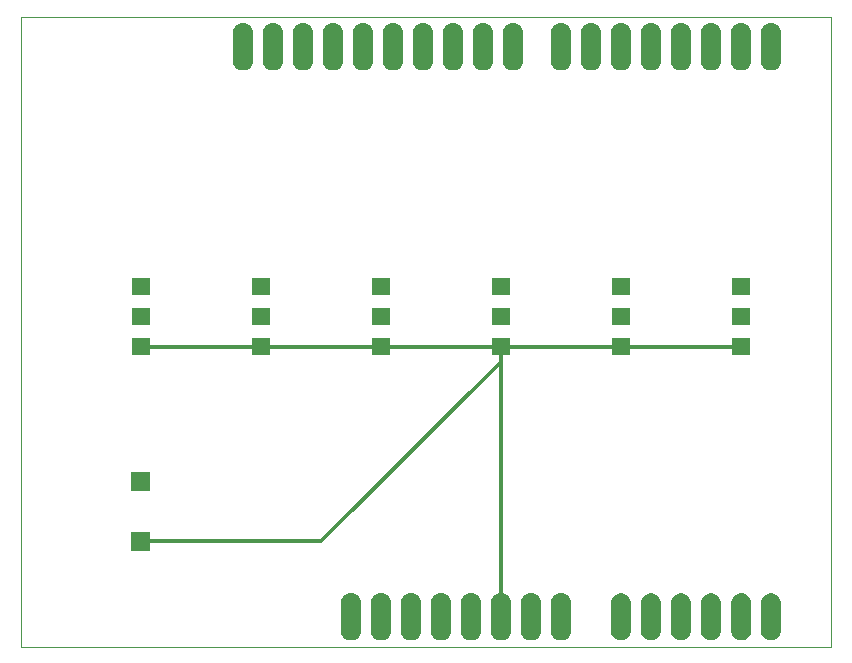
<source format=gbl>
G75*
G71*
%OFA0B0*%
%FSLAX23Y23*%
%IPPOS*%
%LPD*%
%ADD10C,0.1*%
%ADD11C,0.305*%
%LPD*%D10*
X0Y0D02*
X0Y100D01*
X0Y200D01*
X0Y300D01*
X0Y400D01*
X0Y499D01*
X0Y599D01*
X0Y699D01*
X0Y799D01*
X0Y899D01*
X0Y999D01*
X0Y1099D01*
X0Y1199D01*
X0Y1299D01*
X0Y1398D01*
X0Y1498D01*
X0Y1598D01*
X0Y1698D01*
X0Y1798D01*
X0Y1898D01*
X0Y1998D01*
X0Y2098D01*
X0Y2198D01*
X0Y2297D01*
X0Y2397D01*
X0Y2497D01*
X0Y2597D01*
X0Y2697D01*
X0Y2797D01*
X0Y2897D01*
X0Y2997D01*
X0Y3097D01*
X0Y3196D01*
X0Y3296D01*
X0Y3396D01*
X0Y3496D01*
X0Y3596D01*
X0Y3696D01*
X0Y3796D01*
X0Y3896D01*
X0Y3995D01*
X0Y4095D01*
X0Y4195D01*
X0Y4295D01*
X0Y4395D01*
X0Y4495D01*
X0Y4595D01*
X0Y4695D01*
X0Y4795D01*
X0Y4894D01*
X0Y4994D01*
X0Y5094D01*
X0Y5194D01*
X0Y5294D01*
X0Y5394D01*
X0Y5494D01*
X0Y5594D01*
X0Y5694D01*
X0Y5793D01*
X0Y5893D01*
X0Y5993D01*
X0Y6093D01*
X0Y6193D01*
X0Y6293D01*
X0Y6393D01*
X0Y6493D01*
X0Y6593D01*
X0Y6692D01*
X0Y6792D01*
X0Y6892D01*
X0Y6992D01*
X0Y7092D01*
X0Y7192D01*
X0Y7292D01*
X0Y7392D01*
X0Y7492D01*
X0Y7591D01*
X0Y7691D01*
X0Y7791D01*
X0Y7891D01*
X0Y7991D01*
X0Y8091D01*
X0Y8191D01*
X0Y8291D01*
X0Y8391D01*
X0Y8490D01*
X0Y8590D01*
X0Y8690D01*
X0Y8790D01*
X0Y8890D01*
X0Y8990D01*
X0Y9090D01*
X0Y9190D01*
X0Y9290D01*
X0Y9389D01*
X0Y9489D01*
X0Y9589D01*
X0Y9689D01*
X0Y9789D01*
X0Y9889D01*
X0Y9989D01*
X0Y10089D01*
X0Y10188D01*
X0Y10288D01*
X0Y10388D01*
X0Y10488D01*
X0Y10588D01*
X0Y10688D01*
X0Y10788D01*
X0Y10888D01*
X0Y10988D01*
X0Y11087D01*
X0Y11187D01*
X0Y11287D01*
X0Y11387D01*
X0Y11487D01*
X0Y11587D01*
X0Y11687D01*
X0Y11787D01*
X0Y11887D01*
X0Y11986D01*
X0Y12086D01*
X0Y12186D01*
X0Y12286D01*
X0Y12386D01*
X0Y12486D01*
X0Y12586D01*
X0Y12686D01*
X0Y12786D01*
X0Y12885D01*
X0Y12985D01*
X0Y13085D01*
X0Y13185D01*
X0Y13285D01*
X0Y13385D01*
X0Y13485D01*
X0Y13585D01*
X0Y13685D01*
X0Y13784D01*
X0Y13884D01*
X0Y13984D01*
X0Y14084D01*
X0Y14184D01*
X0Y14284D01*
X0Y14384D01*
X0Y14484D01*
X0Y14584D01*
X0Y14683D01*
X0Y14783D01*
X0Y14883D01*
X0Y14983D01*
X0Y15083D01*
X0Y15183D01*
X0Y15283D01*
X0Y15383D01*
X0Y15483D01*
X0Y15582D01*
X0Y15682D01*
X0Y15782D01*
X0Y15882D01*
X0Y15982D01*
X0Y16082D01*
X0Y16182D01*
X0Y16282D01*
X0Y16381D01*
X0Y16481D01*
X0Y16581D01*
X0Y16681D01*
X0Y16781D01*
X0Y16881D01*
X0Y16981D01*
X0Y17081D01*
X0Y17181D01*
X0Y17280D01*
X0Y17380D01*
X0Y17480D01*
X0Y17580D01*
X0Y17680D01*
X0Y17780D01*
X0Y17880D01*
X0Y17980D01*
X0Y18080D01*
X0Y18179D01*
X0Y18279D01*
X0Y18379D01*
X0Y18479D01*
X0Y18579D01*
X0Y18679D01*
X0Y18779D01*
X0Y18879D01*
X0Y18979D01*
X0Y19078D01*
X0Y19178D01*
X0Y19278D01*
X0Y19378D01*
X0Y19478D01*
X0Y19578D01*
X0Y19678D01*
X0Y19778D01*
X0Y19878D01*
X0Y19977D01*
X0Y20077D01*
X0Y20177D01*
X0Y20277D01*
X0Y20377D01*
X0Y20477D01*
X0Y20577D01*
X0Y20677D01*
X0Y20777D01*
X0Y20876D01*
X0Y20976D01*
X0Y21076D01*
X0Y21176D01*
X0Y21276D01*
X0Y21376D01*
X0Y21476D01*
X0Y21576D01*
X0Y21676D01*
X0Y21775D01*
X0Y21875D01*
X0Y21975D01*
X0Y22075D01*
X0Y22175D01*
X0Y22275D01*
X0Y22375D01*
X0Y22475D01*
X0Y22575D01*
X0Y22674D01*
X0Y22774D01*
X0Y22874D01*
X0Y22974D01*
X0Y23074D01*
X0Y23174D01*
X0Y23274D01*
X0Y23374D01*
X0Y23473D01*
X0Y23573D01*
X0Y23673D01*
X0Y23773D01*
X0Y23873D01*
X0Y23973D01*
X0Y24073D01*
X0Y24173D01*
X0Y24273D01*
X0Y24372D01*
X0Y24472D01*
X0Y24572D01*
X0Y24672D01*
X0Y24772D01*
X0Y24872D01*
X0Y24972D01*
X0Y25072D01*
X0Y25172D01*
X0Y25271D01*
X0Y25371D01*
X0Y25471D01*
X0Y25571D01*
X0Y25671D01*
X0Y25771D01*
X0Y25871D01*
X0Y25971D01*
X0Y26071D01*
X0Y26170D01*
X0Y26270D01*
X0Y26370D01*
X0Y26470D01*
X0Y26570D01*
X0Y26670D01*
X0Y26770D01*
X0Y26870D01*
X0Y26970D01*
X0Y27069D01*
X0Y27169D01*
X0Y27269D01*
X0Y27369D01*
X0Y27469D01*
X0Y27569D01*
X0Y27669D01*
X0Y27769D01*
X0Y27869D01*
X0Y27968D01*
X0Y28068D01*
X0Y28168D01*
X0Y28268D01*
X0Y28368D01*
X0Y28468D01*
X0Y28568D01*
X0Y28668D01*
X0Y28768D01*
X0Y28867D01*
X0Y28967D01*
X0Y29067D01*
X0Y29167D01*
X0Y29267D01*
X0Y29367D01*
X0Y29467D01*
X0Y29567D01*
X0Y29667D01*
X0Y29766D01*
X0Y29866D01*
X0Y29966D01*
X0Y30066D01*
X0Y30166D01*
X0Y30266D01*
X0Y30366D01*
X0Y30466D01*
X0Y30565D01*
X0Y30665D01*
X0Y30765D01*
X0Y30865D01*
X0Y30965D01*
X0Y31065D01*
X0Y31165D01*
X0Y31265D01*
X0Y31365D01*
X0Y31464D01*
X0Y31564D01*
X0Y31664D01*
X0Y31764D01*
X0Y31864D01*
X0Y31964D01*
X0Y32064D01*
X0Y32164D01*
X0Y32264D01*
X0Y32363D01*
X0Y32463D01*
X0Y32563D01*
X0Y32663D01*
X0Y32763D01*
X0Y32863D01*
X0Y32963D01*
X0Y33063D01*
X0Y33163D01*
X0Y33262D01*
X0Y33362D01*
X0Y33462D01*
X0Y33562D01*
X0Y33662D01*
X0Y33762D01*
X0Y33862D01*
X0Y33962D01*
X0Y34062D01*
X0Y34161D01*
X0Y34261D01*
X0Y34361D01*
X0Y34461D01*
X0Y34561D01*
X0Y34661D01*
X0Y34761D01*
X0Y34861D01*
X0Y34961D01*
X0Y35060D01*
X0Y35160D01*
X0Y35260D01*
X0Y35360D01*
X0Y35460D01*
X0Y35560D01*
X0Y35660D01*
X0Y35760D01*
X0Y35860D01*
X0Y35959D01*
X0Y36059D01*
X0Y36159D01*
X0Y36259D01*
X0Y36359D01*
X0Y36459D01*
X0Y36559D01*
X0Y36659D01*
X0Y36759D01*
X0Y36858D01*
X0Y36958D01*
X0Y37058D01*
X0Y37158D01*
X0Y37258D01*
X0Y37358D01*
X0Y37458D01*
X0Y37558D01*
X0Y37658D01*
X0Y37757D01*
X0Y37857D01*
X0Y37957D01*
X0Y38057D01*
X0Y38157D01*
X0Y38257D01*
X0Y38357D01*
X0Y38457D01*
X0Y38556D01*
X0Y38656D01*
X0Y38756D01*
X0Y38856D01*
X0Y38956D01*
X0Y39056D01*
X0Y39156D01*
X0Y39256D01*
X0Y39356D01*
X0Y39455D01*
X0Y39555D01*
X0Y39655D01*
X0Y39755D01*
X0Y39855D01*
X0Y39955D01*
X0Y40055D01*
X0Y40155D01*
X0Y40255D01*
X0Y40354D01*
X0Y40454D01*
X0Y40554D01*
X0Y40654D01*
X0Y40754D01*
X0Y40854D01*
X0Y40954D01*
X0Y41054D01*
X0Y41154D01*
X0Y41253D01*
X0Y41353D01*
X0Y41453D01*
X0Y41553D01*
X0Y41653D01*
X0Y41753D01*
X0Y41853D01*
X0Y41953D01*
X0Y42053D01*
X0Y42152D01*
X0Y42252D01*
X0Y42352D01*
X0Y42452D01*
X0Y42552D01*
X0Y42652D01*
X0Y42752D01*
X0Y42852D01*
X0Y42952D01*
X0Y43051D01*
X0Y43151D01*
X0Y43251D01*
X0Y43351D01*
X0Y43451D01*
X0Y43551D01*
X0Y43651D01*
X0Y43751D01*
X0Y43851D01*
X0Y43950D01*
X0Y44050D01*
X0Y44150D01*
X0Y44250D01*
X0Y44350D01*
X0Y44450D01*
X0Y44550D01*
X0Y44650D01*
X0Y44750D01*
X0Y44849D01*
X0Y44949D01*
X0Y45049D01*
X0Y45149D01*
X0Y45249D01*
X0Y45349D01*
X0Y45449D01*
X0Y45549D01*
X0Y45649D01*
X0Y45748D01*
X0Y45848D01*
X0Y45948D01*
X0Y46048D01*
X0Y46148D01*
X0Y46248D01*
X0Y46348D01*
X0Y46448D01*
X0Y46548D01*
X0Y46647D01*
X0Y46747D01*
X0Y46847D01*
X0Y46947D01*
X0Y47047D01*
X0Y47147D01*
X0Y47247D01*
X0Y47347D01*
X0Y47447D01*
X0Y47546D01*
X0Y47646D01*
X0Y47746D01*
X0Y47846D01*
X0Y47946D01*
X0Y48046D01*
X0Y48146D01*
X0Y48246D01*
X0Y48346D01*
X0Y48445D01*
X0Y48545D01*
X0Y48645D01*
X0Y48745D01*
X0Y48845D01*
X0Y48945D01*
X0Y49045D01*
X0Y49145D01*
X0Y49244D01*
X0Y49344D01*
X0Y49444D01*
X0Y49544D01*
X0Y49644D01*
X0Y49744D01*
X0Y49844D01*
X0Y49944D01*
X0Y50044D01*
X0Y50143D01*
X0Y50243D01*
X0Y50343D01*
X0Y50443D01*
X0Y50543D01*
X0Y50643D01*
X0Y50743D01*
X0Y50843D01*
X0Y50943D01*
X0Y51043D01*
X0Y51142D01*
X0Y51242D01*
X0Y51342D01*
X0Y51442D01*
X0Y51542D01*
X0Y51642D01*
X0Y51742D01*
X0Y51842D01*
X0Y51942D01*
X0Y52041D01*
X0Y52141D01*
X0Y52241D01*
X0Y52341D01*
X0Y52441D01*
X0Y52541D01*
X0Y52641D01*
X0Y52741D01*
X0Y52841D01*
X0Y52940D01*
X0Y53040D01*
X0Y53140D01*
X0Y53240D01*
X0Y53340D01*
X100Y53340D01*
X200Y53340D01*
X300Y53340D01*
X400Y53340D01*
X500Y53340D01*
X600Y53340D01*
X700Y53340D01*
X800Y53340D01*
X900Y53340D01*
X1000Y53340D01*
X1100Y53340D01*
X1200Y53340D01*
X1300Y53340D01*
X1400Y53340D01*
X1500Y53340D01*
X1600Y53340D01*
X1699Y53340D01*
X1799Y53340D01*
X1899Y53340D01*
X1999Y53340D01*
X2099Y53340D01*
X2199Y53340D01*
X2299Y53340D01*
X2399Y53340D01*
X2499Y53340D01*
X2599Y53340D01*
X2699Y53340D01*
X2799Y53340D01*
X2899Y53340D01*
X2999Y53340D01*
X3099Y53340D01*
X3199Y53340D01*
X3299Y53340D01*
X3399Y53340D01*
X3499Y53340D01*
X3599Y53340D01*
X3699Y53340D01*
X3799Y53340D01*
X3899Y53340D01*
X3999Y53340D01*
X4099Y53340D01*
X4199Y53340D01*
X4299Y53340D01*
X4399Y53340D01*
X4499Y53340D01*
X4599Y53340D01*
X4699Y53340D01*
X4799Y53340D01*
X4899Y53340D01*
X4999Y53340D01*
X5098Y53340D01*
X5198Y53340D01*
X5298Y53340D01*
X5398Y53340D01*
X5498Y53340D01*
X5598Y53340D01*
X5698Y53340D01*
X5798Y53340D01*
X5898Y53340D01*
X5998Y53340D01*
X6098Y53340D01*
X6198Y53340D01*
X6298Y53340D01*
X6398Y53340D01*
X6498Y53340D01*
X6598Y53340D01*
X6698Y53340D01*
X6798Y53340D01*
X6898Y53340D01*
X6998Y53340D01*
X7098Y53340D01*
X7198Y53340D01*
X7298Y53340D01*
X7398Y53340D01*
X7498Y53340D01*
X7598Y53340D01*
X7698Y53340D01*
X7798Y53340D01*
X7898Y53340D01*
X7998Y53340D01*
X8098Y53340D01*
X8198Y53340D01*
X8298Y53340D01*
X8398Y53340D01*
X8497Y53340D01*
X8597Y53340D01*
X8697Y53340D01*
X8797Y53340D01*
X8897Y53340D01*
X8997Y53340D01*
X9097Y53340D01*
X9197Y53340D01*
X9297Y53340D01*
X9397Y53340D01*
X9497Y53340D01*
X9597Y53340D01*
X9697Y53340D01*
X9797Y53340D01*
X9897Y53340D01*
X9997Y53340D01*
X10097Y53340D01*
X10197Y53340D01*
X10297Y53340D01*
X10397Y53340D01*
X10497Y53340D01*
X10597Y53340D01*
X10697Y53340D01*
X10797Y53340D01*
X10897Y53340D01*
X10997Y53340D01*
X11097Y53340D01*
X11197Y53340D01*
X11297Y53340D01*
X11397Y53340D01*
X11497Y53340D01*
X11597Y53340D01*
X11697Y53340D01*
X11797Y53340D01*
X11896Y53340D01*
X11996Y53340D01*
X12096Y53340D01*
X12196Y53340D01*
X12296Y53340D01*
X12396Y53340D01*
X12496Y53340D01*
X12596Y53340D01*
X12696Y53340D01*
X12796Y53340D01*
X12896Y53340D01*
X12996Y53340D01*
X13096Y53340D01*
X13196Y53340D01*
X13296Y53340D01*
X13396Y53340D01*
X13496Y53340D01*
X13596Y53340D01*
X13696Y53340D01*
X13796Y53340D01*
X13896Y53340D01*
X13996Y53340D01*
X14096Y53340D01*
X14196Y53340D01*
X14296Y53340D01*
X14396Y53340D01*
X14496Y53340D01*
X14596Y53340D01*
X14696Y53340D01*
X14796Y53340D01*
X14896Y53340D01*
X14996Y53340D01*
X15096Y53340D01*
X15195Y53340D01*
X15295Y53340D01*
X15395Y53340D01*
X15495Y53340D01*
X15595Y53340D01*
X15695Y53340D01*
X15795Y53340D01*
X15895Y53340D01*
X15995Y53340D01*
X16095Y53340D01*
X16195Y53340D01*
X16295Y53340D01*
X16395Y53340D01*
X16495Y53340D01*
X16595Y53340D01*
X16695Y53340D01*
X16795Y53340D01*
X16895Y53340D01*
X16995Y53340D01*
X17095Y53340D01*
X17195Y53340D01*
X17295Y53340D01*
X17395Y53340D01*
X17495Y53340D01*
X17595Y53340D01*
X17695Y53340D01*
X17795Y53340D01*
X17895Y53340D01*
X17995Y53340D01*
X18095Y53340D01*
X18195Y53340D01*
X18295Y53340D01*
X18395Y53340D01*
X18495Y53340D01*
X18594Y53340D01*
X18694Y53340D01*
X18794Y53340D01*
X18894Y53340D01*
X18994Y53340D01*
X19094Y53340D01*
X19194Y53340D01*
X19294Y53340D01*
X19394Y53340D01*
X19494Y53340D01*
X19594Y53340D01*
X19694Y53340D01*
X19794Y53340D01*
X19894Y53340D01*
X19994Y53340D01*
X20094Y53340D01*
X20194Y53340D01*
X20294Y53340D01*
X20394Y53340D01*
X20494Y53340D01*
X20594Y53340D01*
X20694Y53340D01*
X20794Y53340D01*
X20894Y53340D01*
X20994Y53340D01*
X21094Y53340D01*
X21194Y53340D01*
X21294Y53340D01*
X21394Y53340D01*
X21494Y53340D01*
X21594Y53340D01*
X21694Y53340D01*
X21794Y53340D01*
X21894Y53340D01*
X21993Y53340D01*
X22093Y53340D01*
X22193Y53340D01*
X22293Y53340D01*
X22393Y53340D01*
X22493Y53340D01*
X22593Y53340D01*
X22693Y53340D01*
X22793Y53340D01*
X22893Y53340D01*
X22993Y53340D01*
X23093Y53340D01*
X23193Y53340D01*
X23293Y53340D01*
X23393Y53340D01*
X23493Y53340D01*
X23593Y53340D01*
X23693Y53340D01*
X23793Y53340D01*
X23893Y53340D01*
X23993Y53340D01*
X24093Y53340D01*
X24193Y53340D01*
X24293Y53340D01*
X24393Y53340D01*
X24493Y53340D01*
X24593Y53340D01*
X24693Y53340D01*
X24793Y53340D01*
X24893Y53340D01*
X24993Y53340D01*
X25093Y53340D01*
X25193Y53340D01*
X25293Y53340D01*
X25392Y53340D01*
X25492Y53340D01*
X25592Y53340D01*
X25692Y53340D01*
X25792Y53340D01*
X25892Y53340D01*
X25992Y53340D01*
X26092Y53340D01*
X26192Y53340D01*
X26292Y53340D01*
X26392Y53340D01*
X26492Y53340D01*
X26592Y53340D01*
X26692Y53340D01*
X26792Y53340D01*
X26892Y53340D01*
X26992Y53340D01*
X27092Y53340D01*
X27192Y53340D01*
X27292Y53340D01*
X27392Y53340D01*
X27492Y53340D01*
X27592Y53340D01*
X27692Y53340D01*
X27792Y53340D01*
X27892Y53340D01*
X27992Y53340D01*
X28092Y53340D01*
X28192Y53340D01*
X28292Y53340D01*
X28392Y53340D01*
X28492Y53340D01*
X28592Y53340D01*
X28692Y53340D01*
X28791Y53340D01*
X28891Y53340D01*
X28991Y53340D01*
X29091Y53340D01*
X29191Y53340D01*
X29291Y53340D01*
X29391Y53340D01*
X29491Y53340D01*
X29591Y53340D01*
X29691Y53340D01*
X29791Y53340D01*
X29891Y53340D01*
X29991Y53340D01*
X30091Y53340D01*
X30191Y53340D01*
X30291Y53340D01*
X30391Y53340D01*
X30491Y53340D01*
X30591Y53340D01*
X30691Y53340D01*
X30791Y53340D01*
X30891Y53340D01*
X30991Y53340D01*
X31091Y53340D01*
X31191Y53340D01*
X31291Y53340D01*
X31391Y53340D01*
X31491Y53340D01*
X31591Y53340D01*
X31691Y53340D01*
X31791Y53340D01*
X31891Y53340D01*
X31991Y53340D01*
X32090Y53340D01*
X32190Y53340D01*
X32290Y53340D01*
X32390Y53340D01*
X32490Y53340D01*
X32590Y53340D01*
X32690Y53340D01*
X32790Y53340D01*
X32890Y53340D01*
X32990Y53340D01*
X33090Y53340D01*
X33190Y53340D01*
X33290Y53340D01*
X33390Y53340D01*
X33490Y53340D01*
X33590Y53340D01*
X33690Y53340D01*
X33790Y53340D01*
X33890Y53340D01*
X33990Y53340D01*
X34090Y53340D01*
X34190Y53340D01*
X34290Y53340D01*
X34390Y53340D01*
X34490Y53340D01*
X34590Y53340D01*
X34690Y53340D01*
X34790Y53340D01*
X34890Y53340D01*
X34990Y53340D01*
X35090Y53340D01*
X35190Y53340D01*
X35290Y53340D01*
X35390Y53340D01*
X35490Y53340D01*
X35589Y53340D01*
X35689Y53340D01*
X35789Y53340D01*
X35889Y53340D01*
X35989Y53340D01*
X36089Y53340D01*
X36189Y53340D01*
X36289Y53340D01*
X36389Y53340D01*
X36489Y53340D01*
X36589Y53340D01*
X36689Y53340D01*
X36789Y53340D01*
X36889Y53340D01*
X36989Y53340D01*
X37089Y53340D01*
X37189Y53340D01*
X37289Y53340D01*
X37389Y53340D01*
X37489Y53340D01*
X37589Y53340D01*
X37689Y53340D01*
X37789Y53340D01*
X37889Y53340D01*
X37989Y53340D01*
X38089Y53340D01*
X38189Y53340D01*
X38289Y53340D01*
X38389Y53340D01*
X38489Y53340D01*
X38589Y53340D01*
X38689Y53340D01*
X38789Y53340D01*
X38888Y53340D01*
X38988Y53340D01*
X39088Y53340D01*
X39188Y53340D01*
X39288Y53340D01*
X39388Y53340D01*
X39488Y53340D01*
X39588Y53340D01*
X39688Y53340D01*
X39788Y53340D01*
X39888Y53340D01*
X39988Y53340D01*
X40088Y53340D01*
X40188Y53340D01*
X40288Y53340D01*
X40388Y53340D01*
X40488Y53340D01*
X40588Y53340D01*
X40688Y53340D01*
X40788Y53340D01*
X40888Y53340D01*
X40988Y53340D01*
X41088Y53340D01*
X41188Y53340D01*
X41288Y53340D01*
X41388Y53340D01*
X41488Y53340D01*
X41588Y53340D01*
X41688Y53340D01*
X41788Y53340D01*
X41888Y53340D01*
X41988Y53340D01*
X42088Y53340D01*
X42188Y53340D01*
X42288Y53340D01*
X42387Y53340D01*
X42487Y53340D01*
X42587Y53340D01*
X42687Y53340D01*
X42787Y53340D01*
X42887Y53340D01*
X42987Y53340D01*
X43087Y53340D01*
X43187Y53340D01*
X43287Y53340D01*
X43387Y53340D01*
X43487Y53340D01*
X43587Y53340D01*
X43687Y53340D01*
X43787Y53340D01*
X43887Y53340D01*
X43987Y53340D01*
X44087Y53340D01*
X44187Y53340D01*
X44287Y53340D01*
X44387Y53340D01*
X44487Y53340D01*
X44587Y53340D01*
X44687Y53340D01*
X44787Y53340D01*
X44887Y53340D01*
X44987Y53340D01*
X45087Y53340D01*
X45187Y53340D01*
X45287Y53340D01*
X45387Y53340D01*
X45487Y53340D01*
X45587Y53340D01*
X45687Y53340D01*
X45786Y53340D01*
X45886Y53340D01*
X45986Y53340D01*
X46086Y53340D01*
X46186Y53340D01*
X46286Y53340D01*
X46386Y53340D01*
X46486Y53340D01*
X46586Y53340D01*
X46686Y53340D01*
X46786Y53340D01*
X46886Y53340D01*
X46986Y53340D01*
X47086Y53340D01*
X47186Y53340D01*
X47286Y53340D01*
X47386Y53340D01*
X47486Y53340D01*
X47586Y53340D01*
X47686Y53340D01*
X47786Y53340D01*
X47886Y53340D01*
X47986Y53340D01*
X48086Y53340D01*
X48186Y53340D01*
X48286Y53340D01*
X48386Y53340D01*
X48486Y53340D01*
X48586Y53340D01*
X48686Y53340D01*
X48786Y53340D01*
X48886Y53340D01*
X48986Y53340D01*
X49086Y53340D01*
X49185Y53340D01*
X49285Y53340D01*
X49385Y53340D01*
X49485Y53340D01*
X49585Y53340D01*
X49685Y53340D01*
X49785Y53340D01*
X49885Y53340D01*
X49985Y53340D01*
X50085Y53340D01*
X50185Y53340D01*
X50285Y53340D01*
X50385Y53340D01*
X50485Y53340D01*
X50585Y53340D01*
X50685Y53340D01*
X50785Y53340D01*
X50885Y53340D01*
X50985Y53340D01*
X51085Y53340D01*
X51185Y53340D01*
X51285Y53340D01*
X51385Y53340D01*
X51485Y53340D01*
X51585Y53340D01*
X51685Y53340D01*
X51785Y53340D01*
X51885Y53340D01*
X51985Y53340D01*
X52085Y53340D01*
X52185Y53340D01*
X52285Y53340D01*
X52385Y53340D01*
X52485Y53340D01*
X52584Y53340D01*
X52684Y53340D01*
X52784Y53340D01*
X52884Y53340D01*
X52984Y53340D01*
X53084Y53340D01*
X53184Y53340D01*
X53284Y53340D01*
X53384Y53340D01*
X53484Y53340D01*
X53584Y53340D01*
X53684Y53340D01*
X53784Y53340D01*
X53884Y53340D01*
X53984Y53340D01*
X54084Y53340D01*
X54184Y53340D01*
X54284Y53340D01*
X54384Y53340D01*
X54484Y53340D01*
X54584Y53340D01*
X54684Y53340D01*
X54784Y53340D01*
X54884Y53340D01*
X54984Y53340D01*
X55084Y53340D01*
X55184Y53340D01*
X55284Y53340D01*
X55384Y53340D01*
X55484Y53340D01*
X55584Y53340D01*
X55684Y53340D01*
X55784Y53340D01*
X55884Y53340D01*
X55983Y53340D01*
X56083Y53340D01*
X56183Y53340D01*
X56283Y53340D01*
X56383Y53340D01*
X56483Y53340D01*
X56583Y53340D01*
X56683Y53340D01*
X56783Y53340D01*
X56883Y53340D01*
X56983Y53340D01*
X57083Y53340D01*
X57183Y53340D01*
X57283Y53340D01*
X57383Y53340D01*
X57483Y53340D01*
X57583Y53340D01*
X57683Y53340D01*
X57783Y53340D01*
X57883Y53340D01*
X57983Y53340D01*
X58083Y53340D01*
X58183Y53340D01*
X58283Y53340D01*
X58383Y53340D01*
X58483Y53340D01*
X58583Y53340D01*
X58683Y53340D01*
X58783Y53340D01*
X58883Y53340D01*
X58983Y53340D01*
X59083Y53340D01*
X59183Y53340D01*
X59283Y53340D01*
X59383Y53340D01*
X59482Y53340D01*
X59582Y53340D01*
X59682Y53340D01*
X59782Y53340D01*
X59882Y53340D01*
X59982Y53340D01*
X60082Y53340D01*
X60182Y53340D01*
X60282Y53340D01*
X60382Y53340D01*
X60482Y53340D01*
X60582Y53340D01*
X60682Y53340D01*
X60782Y53340D01*
X60882Y53340D01*
X60982Y53340D01*
X61082Y53340D01*
X61182Y53340D01*
X61282Y53340D01*
X61382Y53340D01*
X61482Y53340D01*
X61582Y53340D01*
X61682Y53340D01*
X61782Y53340D01*
X61882Y53340D01*
X61982Y53340D01*
X62082Y53340D01*
X62182Y53340D01*
X62282Y53340D01*
X62382Y53340D01*
X62482Y53340D01*
X62582Y53340D01*
X62682Y53340D01*
X62782Y53340D01*
X62882Y53340D01*
X62981Y53340D01*
X63081Y53340D01*
X63181Y53340D01*
X63281Y53340D01*
X63381Y53340D01*
X63481Y53340D01*
X63581Y53340D01*
X63681Y53340D01*
X63781Y53340D01*
X63881Y53340D01*
X63981Y53340D01*
X64081Y53340D01*
X64181Y53340D01*
X64281Y53340D01*
X64381Y53340D01*
X64481Y53340D01*
X64581Y53340D01*
X64681Y53340D01*
X64781Y53340D01*
X64881Y53340D01*
X64981Y53340D01*
X65081Y53340D01*
X65181Y53340D01*
X65281Y53340D01*
X65381Y53340D01*
X65481Y53340D01*
X65581Y53340D01*
X65681Y53340D01*
X65781Y53340D01*
X65881Y53340D01*
X65981Y53340D01*
X66081Y53340D01*
X66181Y53340D01*
X66281Y53340D01*
X66381Y53340D01*
X66481Y53340D01*
X66580Y53340D01*
X66680Y53340D01*
X66780Y53340D01*
X66880Y53340D01*
X66980Y53340D01*
X67080Y53340D01*
X67180Y53340D01*
X67280Y53340D01*
X67380Y53340D01*
X67480Y53340D01*
X67580Y53340D01*
X67680Y53340D01*
X67780Y53340D01*
X67880Y53340D01*
X67980Y53340D01*
X68080Y53340D01*
X68180Y53340D01*
X68280Y53340D01*
X68380Y53340D01*
X68480Y53340D01*
X68580Y53340D01*
X68580Y53240D01*
X68580Y53140D01*
X68580Y53040D01*
X68580Y52940D01*
X68580Y52841D01*
X68580Y52741D01*
X68580Y52641D01*
X68580Y52541D01*
X68580Y52441D01*
X68580Y52341D01*
X68580Y52241D01*
X68580Y52141D01*
X68580Y52041D01*
X68580Y51942D01*
X68580Y51842D01*
X68580Y51742D01*
X68580Y51642D01*
X68580Y51542D01*
X68580Y51442D01*
X68580Y51342D01*
X68580Y51242D01*
X68580Y51142D01*
X68580Y51043D01*
X68580Y50943D01*
X68580Y50843D01*
X68580Y50743D01*
X68580Y50643D01*
X68580Y50543D01*
X68580Y50443D01*
X68580Y50343D01*
X68580Y50243D01*
X68580Y50144D01*
X68580Y50044D01*
X68580Y49944D01*
X68580Y49844D01*
X68580Y49744D01*
X68580Y49644D01*
X68580Y49544D01*
X68580Y49444D01*
X68580Y49345D01*
X68580Y49245D01*
X68580Y49145D01*
X68580Y49045D01*
X68580Y48945D01*
X68580Y48845D01*
X68580Y48745D01*
X68580Y48645D01*
X68580Y48545D01*
X68580Y48446D01*
X68580Y48346D01*
X68580Y48246D01*
X68580Y48146D01*
X68580Y48046D01*
X68580Y47946D01*
X68580Y47846D01*
X68580Y47746D01*
X68580Y47646D01*
X68580Y47547D01*
X68580Y47447D01*
X68580Y47347D01*
X68580Y47247D01*
X68580Y47147D01*
X68580Y47047D01*
X68580Y46947D01*
X68580Y46847D01*
X68580Y46747D01*
X68580Y46648D01*
X68580Y46548D01*
X68580Y46448D01*
X68580Y46348D01*
X68580Y46248D01*
X68580Y46148D01*
X68580Y46048D01*
X68580Y45948D01*
X68580Y45848D01*
X68580Y45749D01*
X68580Y45649D01*
X68580Y45549D01*
X68580Y45449D01*
X68580Y45349D01*
X68580Y45249D01*
X68580Y45149D01*
X68580Y45049D01*
X68580Y44949D01*
X68580Y44850D01*
X68580Y44750D01*
X68580Y44650D01*
X68580Y44550D01*
X68580Y44450D01*
X68580Y44350D01*
X68580Y44250D01*
X68580Y44150D01*
X68580Y44050D01*
X68580Y43951D01*
X68580Y43851D01*
X68580Y43751D01*
X68580Y43651D01*
X68580Y43551D01*
X68580Y43451D01*
X68580Y43351D01*
X68580Y43251D01*
X68580Y43152D01*
X68580Y43052D01*
X68580Y42952D01*
X68580Y42852D01*
X68580Y42752D01*
X68580Y42652D01*
X68580Y42552D01*
X68580Y42452D01*
X68580Y42352D01*
X68580Y42253D01*
X68580Y42153D01*
X68580Y42053D01*
X68580Y41953D01*
X68580Y41853D01*
X68580Y41753D01*
X68580Y41653D01*
X68580Y41553D01*
X68580Y41453D01*
X68580Y41354D01*
X68580Y41254D01*
X68580Y41154D01*
X68580Y41054D01*
X68580Y40954D01*
X68580Y40854D01*
X68580Y40754D01*
X68580Y40654D01*
X68580Y40554D01*
X68580Y40455D01*
X68580Y40355D01*
X68580Y40255D01*
X68580Y40155D01*
X68580Y40055D01*
X68580Y39955D01*
X68580Y39855D01*
X68580Y39755D01*
X68580Y39655D01*
X68580Y39556D01*
X68580Y39456D01*
X68580Y39356D01*
X68580Y39256D01*
X68580Y39156D01*
X68580Y39056D01*
X68580Y38956D01*
X68580Y38856D01*
X68580Y38756D01*
X68580Y38657D01*
X68580Y38557D01*
X68580Y38457D01*
X68580Y38357D01*
X68580Y38257D01*
X68580Y38157D01*
X68580Y38057D01*
X68580Y37957D01*
X68580Y37857D01*
X68580Y37758D01*
X68580Y37658D01*
X68580Y37558D01*
X68580Y37458D01*
X68580Y37358D01*
X68580Y37258D01*
X68580Y37158D01*
X68580Y37058D01*
X68580Y36959D01*
X68580Y36859D01*
X68580Y36759D01*
X68580Y36659D01*
X68580Y36559D01*
X68580Y36459D01*
X68580Y36359D01*
X68580Y36259D01*
X68580Y36159D01*
X68580Y36060D01*
X68580Y35960D01*
X68580Y35860D01*
X68580Y35760D01*
X68580Y35660D01*
X68580Y35560D01*
X68580Y35460D01*
X68580Y35360D01*
X68580Y35260D01*
X68580Y35161D01*
X68580Y35061D01*
X68580Y34961D01*
X68580Y34861D01*
X68580Y34761D01*
X68580Y34661D01*
X68580Y34561D01*
X68580Y34461D01*
X68580Y34361D01*
X68580Y34262D01*
X68580Y34162D01*
X68580Y34062D01*
X68580Y33962D01*
X68580Y33862D01*
X68580Y33762D01*
X68580Y33662D01*
X68580Y33562D01*
X68580Y33462D01*
X68580Y33363D01*
X68580Y33263D01*
X68580Y33163D01*
X68580Y33063D01*
X68580Y32963D01*
X68580Y32863D01*
X68580Y32763D01*
X68580Y32663D01*
X68580Y32563D01*
X68580Y32464D01*
X68580Y32364D01*
X68580Y32264D01*
X68580Y32164D01*
X68580Y32064D01*
X68580Y31964D01*
X68580Y31864D01*
X68580Y31764D01*
X68580Y31664D01*
X68580Y31565D01*
X68580Y31465D01*
X68580Y31365D01*
X68580Y31265D01*
X68580Y31165D01*
X68580Y31065D01*
X68580Y30965D01*
X68580Y30865D01*
X68580Y30765D01*
X68580Y30666D01*
X68580Y30566D01*
X68580Y30466D01*
X68580Y30366D01*
X68580Y30266D01*
X68580Y30166D01*
X68580Y30066D01*
X68580Y29966D01*
X68580Y29867D01*
X68580Y29767D01*
X68580Y29667D01*
X68580Y29567D01*
X68580Y29467D01*
X68580Y29367D01*
X68580Y29267D01*
X68580Y29167D01*
X68580Y29067D01*
X68580Y28968D01*
X68580Y28868D01*
X68580Y28768D01*
X68580Y28668D01*
X68580Y28568D01*
X68580Y28468D01*
X68580Y28368D01*
X68580Y28268D01*
X68580Y28168D01*
X68580Y28069D01*
X68580Y27969D01*
X68580Y27869D01*
X68580Y27769D01*
X68580Y27669D01*
X68580Y27569D01*
X68580Y27469D01*
X68580Y27369D01*
X68580Y27269D01*
X68580Y27170D01*
X68580Y27070D01*
X68580Y26970D01*
X68580Y26870D01*
X68580Y26770D01*
X68580Y26670D01*
X68580Y26570D01*
X68580Y26470D01*
X68580Y26370D01*
X68580Y26271D01*
X68580Y26171D01*
X68580Y26071D01*
X68580Y25971D01*
X68580Y25871D01*
X68580Y25771D01*
X68580Y25671D01*
X68580Y25571D01*
X68580Y25471D01*
X68580Y25372D01*
X68580Y25272D01*
X68580Y25172D01*
X68580Y25072D01*
X68580Y24972D01*
X68580Y24872D01*
X68580Y24772D01*
X68580Y24672D01*
X68580Y24572D01*
X68580Y24473D01*
X68580Y24373D01*
X68580Y24273D01*
X68580Y24173D01*
X68580Y24073D01*
X68580Y23973D01*
X68580Y23873D01*
X68580Y23773D01*
X68580Y23673D01*
X68580Y23574D01*
X68580Y23474D01*
X68580Y23374D01*
X68580Y23274D01*
X68580Y23174D01*
X68580Y23074D01*
X68580Y22974D01*
X68580Y22874D01*
X68580Y22775D01*
X68580Y22675D01*
X68580Y22575D01*
X68580Y22475D01*
X68580Y22375D01*
X68580Y22275D01*
X68580Y22175D01*
X68580Y22075D01*
X68580Y21975D01*
X68580Y21876D01*
X68580Y21776D01*
X68580Y21676D01*
X68580Y21576D01*
X68580Y21476D01*
X68580Y21376D01*
X68580Y21276D01*
X68580Y21176D01*
X68580Y21076D01*
X68580Y20977D01*
X68580Y20877D01*
X68580Y20777D01*
X68580Y20677D01*
X68580Y20577D01*
X68580Y20477D01*
X68580Y20377D01*
X68580Y20277D01*
X68580Y20177D01*
X68580Y20078D01*
X68580Y19978D01*
X68580Y19878D01*
X68580Y19778D01*
X68580Y19678D01*
X68580Y19578D01*
X68580Y19478D01*
X68580Y19378D01*
X68580Y19278D01*
X68580Y19179D01*
X68580Y19079D01*
X68580Y18979D01*
X68580Y18879D01*
X68580Y18779D01*
X68580Y18679D01*
X68580Y18579D01*
X68580Y18479D01*
X68580Y18379D01*
X68580Y18280D01*
X68580Y18180D01*
X68580Y18080D01*
X68580Y17980D01*
X68580Y17880D01*
X68580Y17780D01*
X68580Y17680D01*
X68580Y17580D01*
X68580Y17480D01*
X68580Y17381D01*
X68580Y17281D01*
X68580Y17181D01*
X68580Y17081D01*
X68580Y16981D01*
X68580Y16881D01*
X68580Y16781D01*
X68580Y16681D01*
X68580Y16581D01*
X68580Y16482D01*
X68580Y16382D01*
X68580Y16282D01*
X68580Y16182D01*
X68580Y16082D01*
X68580Y15982D01*
X68580Y15882D01*
X68580Y15782D01*
X68580Y15682D01*
X68580Y15583D01*
X68580Y15483D01*
X68580Y15383D01*
X68580Y15283D01*
X68580Y15183D01*
X68580Y15083D01*
X68580Y14983D01*
X68580Y14883D01*
X68580Y14784D01*
X68580Y14684D01*
X68580Y14584D01*
X68580Y14484D01*
X68580Y14384D01*
X68580Y14284D01*
X68580Y14184D01*
X68580Y14084D01*
X68580Y13984D01*
X68580Y13885D01*
X68580Y13785D01*
X68580Y13685D01*
X68580Y13585D01*
X68580Y13485D01*
X68580Y13385D01*
X68580Y13285D01*
X68580Y13185D01*
X68580Y13085D01*
X68580Y12986D01*
X68580Y12886D01*
X68580Y12786D01*
X68580Y12686D01*
X68580Y12586D01*
X68580Y12486D01*
X68580Y12386D01*
X68580Y12286D01*
X68580Y12186D01*
X68580Y12087D01*
X68580Y11987D01*
X68580Y11887D01*
X68580Y11787D01*
X68580Y11687D01*
X68580Y11587D01*
X68580Y11487D01*
X68580Y11387D01*
X68580Y11287D01*
X68580Y11188D01*
X68580Y11088D01*
X68580Y10988D01*
X68580Y10888D01*
X68580Y10788D01*
X68580Y10688D01*
X68580Y10588D01*
X68580Y10488D01*
X68580Y10388D01*
X68580Y10289D01*
X68580Y10189D01*
X68580Y10089D01*
X68580Y9989D01*
X68580Y9889D01*
X68580Y9789D01*
X68580Y9689D01*
X68580Y9589D01*
X68580Y9489D01*
X68580Y9390D01*
X68580Y9290D01*
X68580Y9190D01*
X68580Y9090D01*
X68580Y8990D01*
X68580Y8890D01*
X68580Y8790D01*
X68580Y8690D01*
X68580Y8590D01*
X68580Y8491D01*
X68580Y8391D01*
X68580Y8291D01*
X68580Y8191D01*
X68580Y8091D01*
X68580Y7991D01*
X68580Y7891D01*
X68580Y7791D01*
X68580Y7691D01*
X68580Y7592D01*
X68580Y7492D01*
X68580Y7392D01*
X68580Y7292D01*
X68580Y7192D01*
X68580Y7092D01*
X68580Y6992D01*
X68580Y6892D01*
X68580Y6792D01*
X68580Y6693D01*
X68580Y6593D01*
X68580Y6493D01*
X68580Y6393D01*
X68580Y6293D01*
X68580Y6193D01*
X68580Y6093D01*
X68580Y5993D01*
X68580Y5893D01*
X68580Y5794D01*
X68580Y5694D01*
X68580Y5594D01*
X68580Y5494D01*
X68580Y5394D01*
X68580Y5294D01*
X68580Y5194D01*
X68580Y5094D01*
X68580Y4994D01*
X68580Y4895D01*
X68580Y4795D01*
X68580Y4695D01*
X68580Y4595D01*
X68580Y4495D01*
X68580Y4395D01*
X68580Y4295D01*
X68580Y4195D01*
X68580Y4096D01*
X68580Y3996D01*
X68580Y3896D01*
X68580Y3796D01*
X68580Y3696D01*
X68580Y3596D01*
X68580Y3496D01*
X68580Y3396D01*
X68580Y3296D01*
X68580Y3197D01*
X68580Y3097D01*
X68580Y2997D01*
X68580Y2897D01*
X68580Y2797D01*
X68580Y2697D01*
X68580Y2597D01*
X68580Y2497D01*
X68580Y2397D01*
X68580Y2297D01*
X68580Y2198D01*
X68580Y2098D01*
X68580Y1998D01*
X68580Y1898D01*
X68580Y1798D01*
X68580Y1698D01*
X68580Y1598D01*
X68580Y1498D01*
X68580Y1398D01*
X68580Y1299D01*
X68580Y1199D01*
X68580Y1099D01*
X68580Y999D01*
X68580Y899D01*
X68580Y799D01*
X68580Y699D01*
X68580Y599D01*
X68580Y499D01*
X68580Y400D01*
X68580Y300D01*
X68580Y200D01*
X68580Y100D01*
X68580Y0D01*
X68480Y0D01*
X68380Y0D01*
X68280Y0D01*
X68180Y0D01*
X68080Y0D01*
X67980Y0D01*
X67880Y0D01*
X67780Y0D01*
X67680Y0D01*
X67580Y0D01*
X67480Y0D01*
X67380Y0D01*
X67280Y0D01*
X67180Y0D01*
X67080Y0D01*
X66980Y0D01*
X66881Y0D01*
X66781Y0D01*
X66681Y0D01*
X66581Y0D01*
X66481Y0D01*
X66381Y0D01*
X66281Y0D01*
X66181Y0D01*
X66081Y0D01*
X65981Y0D01*
X65881Y0D01*
X65781Y0D01*
X65681Y0D01*
X65581Y0D01*
X65481Y0D01*
X65381Y0D01*
X65281Y0D01*
X65181Y0D01*
X65081Y0D01*
X64981Y0D01*
X64881Y0D01*
X64781Y0D01*
X64681Y0D01*
X64581Y0D01*
X64481Y0D01*
X64381Y0D01*
X64281Y0D01*
X64181Y0D01*
X64081Y0D01*
X63981Y0D01*
X63881Y0D01*
X63781Y0D01*
X63681Y0D01*
X63581Y0D01*
X63482Y0D01*
X63382Y0D01*
X63282Y0D01*
X63182Y0D01*
X63082Y0D01*
X62982Y0D01*
X62882Y0D01*
X62782Y0D01*
X62682Y0D01*
X62582Y0D01*
X62482Y0D01*
X62382Y0D01*
X62282Y0D01*
X62182Y0D01*
X62082Y0D01*
X61982Y0D01*
X61882Y0D01*
X61782Y0D01*
X61682Y0D01*
X61582Y0D01*
X61482Y0D01*
X61382Y0D01*
X61282Y0D01*
X61182Y0D01*
X61082Y0D01*
X60982Y0D01*
X60882Y0D01*
X60782Y0D01*
X60682Y0D01*
X60582Y0D01*
X60482Y0D01*
X60382Y0D01*
X60282Y0D01*
X60182Y0D01*
X60083Y0D01*
X59983Y0D01*
X59883Y0D01*
X59783Y0D01*
X59683Y0D01*
X59583Y0D01*
X59483Y0D01*
X59383Y0D01*
X59283Y0D01*
X59183Y0D01*
X59083Y0D01*
X58983Y0D01*
X58883Y0D01*
X58783Y0D01*
X58683Y0D01*
X58583Y0D01*
X58483Y0D01*
X58383Y0D01*
X58283Y0D01*
X58183Y0D01*
X58083Y0D01*
X57983Y0D01*
X57883Y0D01*
X57783Y0D01*
X57683Y0D01*
X57583Y0D01*
X57483Y0D01*
X57383Y0D01*
X57283Y0D01*
X57183Y0D01*
X57083Y0D01*
X56983Y0D01*
X56883Y0D01*
X56783Y0D01*
X56684Y0D01*
X56584Y0D01*
X56484Y0D01*
X56384Y0D01*
X56284Y0D01*
X56184Y0D01*
X56084Y0D01*
X55984Y0D01*
X55884Y0D01*
X55784Y0D01*
X55684Y0D01*
X55584Y0D01*
X55484Y0D01*
X55384Y0D01*
X55284Y0D01*
X55184Y0D01*
X55084Y0D01*
X54984Y0D01*
X54884Y0D01*
X54784Y0D01*
X54684Y0D01*
X54584Y0D01*
X54484Y0D01*
X54384Y0D01*
X54284Y0D01*
X54184Y0D01*
X54084Y0D01*
X53984Y0D01*
X53884Y0D01*
X53784Y0D01*
X53684Y0D01*
X53584Y0D01*
X53484Y0D01*
X53385Y0D01*
X53285Y0D01*
X53185Y0D01*
X53085Y0D01*
X52985Y0D01*
X52885Y0D01*
X52785Y0D01*
X52685Y0D01*
X52585Y0D01*
X52485Y0D01*
X52385Y0D01*
X52285Y0D01*
X52185Y0D01*
X52085Y0D01*
X51985Y0D01*
X51885Y0D01*
X51785Y0D01*
X51685Y0D01*
X51585Y0D01*
X51485Y0D01*
X51385Y0D01*
X51285Y0D01*
X51185Y0D01*
X51085Y0D01*
X50985Y0D01*
X50885Y0D01*
X50785Y0D01*
X50685Y0D01*
X50585Y0D01*
X50485Y0D01*
X50385Y0D01*
X50285Y0D01*
X50185Y0D01*
X50085Y0D01*
X49986Y0D01*
X49886Y0D01*
X49786Y0D01*
X49686Y0D01*
X49586Y0D01*
X49486Y0D01*
X49386Y0D01*
X49286Y0D01*
X49186Y0D01*
X49086Y0D01*
X48986Y0D01*
X48886Y0D01*
X48786Y0D01*
X48686Y0D01*
X48586Y0D01*
X48486Y0D01*
X48386Y0D01*
X48286Y0D01*
X48186Y0D01*
X48086Y0D01*
X47986Y0D01*
X47886Y0D01*
X47786Y0D01*
X47686Y0D01*
X47586Y0D01*
X47486Y0D01*
X47386Y0D01*
X47286Y0D01*
X47186Y0D01*
X47086Y0D01*
X46986Y0D01*
X46886Y0D01*
X46786Y0D01*
X46686Y0D01*
X46587Y0D01*
X46487Y0D01*
X46387Y0D01*
X46287Y0D01*
X46187Y0D01*
X46087Y0D01*
X45987Y0D01*
X45887Y0D01*
X45787Y0D01*
X45687Y0D01*
X45587Y0D01*
X45487Y0D01*
X45387Y0D01*
X45287Y0D01*
X45187Y0D01*
X45087Y0D01*
X44987Y0D01*
X44887Y0D01*
X44787Y0D01*
X44687Y0D01*
X44587Y0D01*
X44487Y0D01*
X44387Y0D01*
X44287Y0D01*
X44187Y0D01*
X44087Y0D01*
X43987Y0D01*
X43887Y0D01*
X43787Y0D01*
X43687Y0D01*
X43587Y0D01*
X43487Y0D01*
X43387Y0D01*
X43287Y0D01*
X43188Y0D01*
X43088Y0D01*
X42988Y0D01*
X42888Y0D01*
X42788Y0D01*
X42688Y0D01*
X42588Y0D01*
X42488Y0D01*
X42388Y0D01*
X42288Y0D01*
X42188Y0D01*
X42088Y0D01*
X41988Y0D01*
X41888Y0D01*
X41788Y0D01*
X41688Y0D01*
X41588Y0D01*
X41488Y0D01*
X41388Y0D01*
X41288Y0D01*
X41188Y0D01*
X41088Y0D01*
X40988Y0D01*
X40888Y0D01*
X40788Y0D01*
X40688Y0D01*
X40588Y0D01*
X40488Y0D01*
X40388Y0D01*
X40288Y0D01*
X40188Y0D01*
X40088Y0D01*
X39988Y0D01*
X39888Y0D01*
X39789Y0D01*
X39689Y0D01*
X39589Y0D01*
X39489Y0D01*
X39389Y0D01*
X39289Y0D01*
X39189Y0D01*
X39089Y0D01*
X38989Y0D01*
X38889Y0D01*
X38789Y0D01*
X38689Y0D01*
X38589Y0D01*
X38489Y0D01*
X38389Y0D01*
X38289Y0D01*
X38189Y0D01*
X38089Y0D01*
X37989Y0D01*
X37889Y0D01*
X37789Y0D01*
X37689Y0D01*
X37589Y0D01*
X37489Y0D01*
X37389Y0D01*
X37289Y0D01*
X37189Y0D01*
X37089Y0D01*
X36989Y0D01*
X36889Y0D01*
X36789Y0D01*
X36689Y0D01*
X36589Y0D01*
X36490Y0D01*
X36390Y0D01*
X36290Y0D01*
X36190Y0D01*
X36090Y0D01*
X35990Y0D01*
X35890Y0D01*
X35790Y0D01*
X35690Y0D01*
X35590Y0D01*
X35490Y0D01*
X35390Y0D01*
X35290Y0D01*
X35190Y0D01*
X35090Y0D01*
X34990Y0D01*
X34890Y0D01*
X34790Y0D01*
X34690Y0D01*
X34590Y0D01*
X34490Y0D01*
X34390Y0D01*
X34290Y0D01*
X34190Y0D01*
X34090Y0D01*
X33990Y0D01*
X33890Y0D01*
X33790Y0D01*
X33690Y0D01*
X33590Y0D01*
X33490Y0D01*
X33390Y0D01*
X33290Y0D01*
X33190Y0D01*
X33090Y0D01*
X32991Y0D01*
X32891Y0D01*
X32791Y0D01*
X32691Y0D01*
X32591Y0D01*
X32491Y0D01*
X32391Y0D01*
X32291Y0D01*
X32191Y0D01*
X32091Y0D01*
X31991Y0D01*
X31891Y0D01*
X31791Y0D01*
X31691Y0D01*
X31591Y0D01*
X31491Y0D01*
X31391Y0D01*
X31291Y0D01*
X31191Y0D01*
X31091Y0D01*
X30991Y0D01*
X30891Y0D01*
X30791Y0D01*
X30691Y0D01*
X30591Y0D01*
X30491Y0D01*
X30391Y0D01*
X30291Y0D01*
X30191Y0D01*
X30091Y0D01*
X29991Y0D01*
X29891Y0D01*
X29791Y0D01*
X29692Y0D01*
X29592Y0D01*
X29492Y0D01*
X29392Y0D01*
X29292Y0D01*
X29192Y0D01*
X29092Y0D01*
X28992Y0D01*
X28892Y0D01*
X28792Y0D01*
X28692Y0D01*
X28592Y0D01*
X28492Y0D01*
X28392Y0D01*
X28292Y0D01*
X28192Y0D01*
X28092Y0D01*
X27992Y0D01*
X27892Y0D01*
X27792Y0D01*
X27692Y0D01*
X27592Y0D01*
X27492Y0D01*
X27392Y0D01*
X27292Y0D01*
X27192Y0D01*
X27092Y0D01*
X26992Y0D01*
X26892Y0D01*
X26792Y0D01*
X26692Y0D01*
X26592Y0D01*
X26492Y0D01*
X26392Y0D01*
X26292Y0D01*
X26193Y0D01*
X26093Y0D01*
X25993Y0D01*
X25893Y0D01*
X25793Y0D01*
X25693Y0D01*
X25593Y0D01*
X25493Y0D01*
X25393Y0D01*
X25293Y0D01*
X25193Y0D01*
X25093Y0D01*
X24993Y0D01*
X24893Y0D01*
X24793Y0D01*
X24693Y0D01*
X24593Y0D01*
X24493Y0D01*
X24393Y0D01*
X24293Y0D01*
X24193Y0D01*
X24093Y0D01*
X23993Y0D01*
X23893Y0D01*
X23793Y0D01*
X23693Y0D01*
X23593Y0D01*
X23493Y0D01*
X23393Y0D01*
X23293Y0D01*
X23193Y0D01*
X23093Y0D01*
X22993Y0D01*
X22893Y0D01*
X22794Y0D01*
X22694Y0D01*
X22594Y0D01*
X22494Y0D01*
X22394Y0D01*
X22294Y0D01*
X22194Y0D01*
X22094Y0D01*
X21994Y0D01*
X21894Y0D01*
X21794Y0D01*
X21694Y0D01*
X21594Y0D01*
X21494Y0D01*
X21394Y0D01*
X21294Y0D01*
X21194Y0D01*
X21094Y0D01*
X20994Y0D01*
X20894Y0D01*
X20794Y0D01*
X20694Y0D01*
X20594Y0D01*
X20494Y0D01*
X20394Y0D01*
X20294Y0D01*
X20194Y0D01*
X20094Y0D01*
X19994Y0D01*
X19894Y0D01*
X19794Y0D01*
X19694Y0D01*
X19594Y0D01*
X19494Y0D01*
X19395Y0D01*
X19295Y0D01*
X19195Y0D01*
X19095Y0D01*
X18995Y0D01*
X18895Y0D01*
X18795Y0D01*
X18695Y0D01*
X18595Y0D01*
X18495Y0D01*
X18395Y0D01*
X18295Y0D01*
X18195Y0D01*
X18095Y0D01*
X17995Y0D01*
X17895Y0D01*
X17795Y0D01*
X17695Y0D01*
X17595Y0D01*
X17495Y0D01*
X17395Y0D01*
X17295Y0D01*
X17195Y0D01*
X17095Y0D01*
X16995Y0D01*
X16895Y0D01*
X16795Y0D01*
X16695Y0D01*
X16595Y0D01*
X16495Y0D01*
X16395Y0D01*
X16295Y0D01*
X16195Y0D01*
X16095Y0D01*
X15996Y0D01*
X15896Y0D01*
X15796Y0D01*
X15696Y0D01*
X15596Y0D01*
X15496Y0D01*
X15396Y0D01*
X15296Y0D01*
X15196Y0D01*
X15096Y0D01*
X14996Y0D01*
X14896Y0D01*
X14796Y0D01*
X14696Y0D01*
X14596Y0D01*
X14496Y0D01*
X14396Y0D01*
X14296Y0D01*
X14196Y0D01*
X14096Y0D01*
X13996Y0D01*
X13896Y0D01*
X13796Y0D01*
X13696Y0D01*
X13596Y0D01*
X13496Y0D01*
X13396Y0D01*
X13296Y0D01*
X13196Y0D01*
X13096Y0D01*
X12996Y0D01*
X12896Y0D01*
X12796Y0D01*
X12696Y0D01*
X12597Y0D01*
X12497Y0D01*
X12397Y0D01*
X12297Y0D01*
X12197Y0D01*
X12097Y0D01*
X11997Y0D01*
X11897Y0D01*
X11797Y0D01*
X11697Y0D01*
X11597Y0D01*
X11497Y0D01*
X11397Y0D01*
X11297Y0D01*
X11197Y0D01*
X11097Y0D01*
X10997Y0D01*
X10897Y0D01*
X10797Y0D01*
X10697Y0D01*
X10597Y0D01*
X10497Y0D01*
X10397Y0D01*
X10297Y0D01*
X10197Y0D01*
X10097Y0D01*
X9997Y0D01*
X9897Y0D01*
X9797Y0D01*
X9697Y0D01*
X9597Y0D01*
X9497Y0D01*
X9397Y0D01*
X9297Y0D01*
X9197Y0D01*
X9098Y0D01*
X8998Y0D01*
X8898Y0D01*
X8798Y0D01*
X8698Y0D01*
X8598Y0D01*
X8498Y0D01*
X8398Y0D01*
X8298Y0D01*
X8198Y0D01*
X8098Y0D01*
X7998Y0D01*
X7898Y0D01*
X7798Y0D01*
X7698Y0D01*
X7598Y0D01*
X7498Y0D01*
X7398Y0D01*
X7298Y0D01*
X7198Y0D01*
X7098Y0D01*
X6998Y0D01*
X6898Y0D01*
X6798Y0D01*
X6698Y0D01*
X6598Y0D01*
X6498Y0D01*
X6398Y0D01*
X6298Y0D01*
X6198Y0D01*
X6098Y0D01*
X5998Y0D01*
X5898Y0D01*
X5798Y0D01*
X5698Y0D01*
X5599Y0D01*
X5499Y0D01*
X5399Y0D01*
X5299Y0D01*
X5199Y0D01*
X5099Y0D01*
X4999Y0D01*
X4899Y0D01*
X4799Y0D01*
X4699Y0D01*
X4599Y0D01*
X4499Y0D01*
X4399Y0D01*
X4299Y0D01*
X4199Y0D01*
X4099Y0D01*
X3999Y0D01*
X3899Y0D01*
X3799Y0D01*
X3699Y0D01*
X3599Y0D01*
X3499Y0D01*
X3399Y0D01*
X3299Y0D01*
X3199Y0D01*
X3099Y0D01*
X2999Y0D01*
X2899Y0D01*
X2799Y0D01*
X2699Y0D01*
X2599Y0D01*
X2499Y0D01*
X2399Y0D01*
X2299Y0D01*
X2199Y0D01*
X2099Y0D01*
X2000Y0D01*
X1900Y0D01*
X1800Y0D01*
X1700Y0D01*
X1600Y0D01*
X1500Y0D01*
X1400Y0D01*
X1300Y0D01*
X1200Y0D01*
X1100Y0D01*
X1000Y0D01*
X900Y0D01*
X800Y0D01*
X700Y0D01*
X600Y0D01*
X500Y0D01*
X400Y0D01*
X300Y0D01*
X200Y0D01*
X100Y0D01*
X0Y0D01*
X0Y0D01*
D11*
X20320Y25400D02*
X10160Y25400D01*
D11*
X20320Y25400D02*
X20320Y25400D01*
D11*
X20320Y25400D02*
X30480Y25400D01*
D11*
X20320Y25400D02*
X20320Y25400D01*
D11*
X40640Y25400D02*
X30480Y25400D01*
D11*
X40640Y25400D02*
X40640Y25400D01*
D11*
X50800Y25400D02*
X40640Y25400D01*
D11*
X50800Y25400D02*
X50800Y25400D01*
D11*
X60990Y25400D02*
X50800Y25400D01*
D11*
X60990Y25400D02*
X60990Y25400D01*
D11*
X40640Y2540D02*
X40640Y25400D01*
D11*
X40640Y2540D02*
X40640Y2540D01*
D11*
X40640Y24105D02*
X40640Y25400D01*
D11*
X25444Y8909D02*
X40640Y24105D01*
D11*
X10160Y8909D02*
X25444Y8909D01*
D11*
X10160Y25400D02*
X10160Y25400D01*
D11*
X30480Y25400D02*
X30480Y25400D01*
D11*
X20320Y25400D02*
X20320Y25400D01*
D11*
X30480Y25400D02*
X30480Y25400D01*
D11*
X40640Y25400D02*
X40640Y25400D01*
D11*
X50800Y25400D02*
X50800Y25400D01*
D11*
X40640Y25400D02*
X40640Y25400D01*
D11*
X40640Y25400D02*
X40640Y25400D01*
D11*
X10160Y8909D02*
X10160Y8909D01*
G36*
X9411Y31230D02*
X10910Y31230D01*
X10910Y31230D01*
X10910Y29731D01*
X10910Y29730D01*
X9411Y29730D01*
X9410Y29731D01*
X9410Y31230D01*
X9411Y31230D01*
G37*
G36*
X9411Y28690D02*
X10910Y28690D01*
X10910Y28690D01*
X10910Y27191D01*
X10910Y27190D01*
X9411Y27190D01*
X9410Y27191D01*
X9410Y28690D01*
X9411Y28690D01*
G37*
G36*
X9411Y26150D02*
X10910Y26150D01*
X10910Y26150D01*
X10910Y24651D01*
X10910Y24650D01*
X9411Y24650D01*
X9410Y24651D01*
X9410Y26150D01*
X9411Y26150D01*
G37*
G36*
X19571Y31230D02*
X21070Y31230D01*
X21070Y31230D01*
X21070Y29731D01*
X21070Y29730D01*
X19571Y29730D01*
X19570Y29731D01*
X19570Y31230D01*
X19571Y31230D01*
G37*
G36*
X19571Y28690D02*
X21070Y28690D01*
X21070Y28690D01*
X21070Y27191D01*
X21070Y27190D01*
X19571Y27190D01*
X19570Y27191D01*
X19570Y28690D01*
X19571Y28690D01*
G37*
G36*
X19571Y26150D02*
X21070Y26150D01*
X21070Y26150D01*
X21070Y24651D01*
X21070Y24650D01*
X19571Y24650D01*
X19570Y24651D01*
X19570Y26150D01*
X19571Y26150D01*
G37*
G36*
X29731Y31230D02*
X31230Y31230D01*
X31230Y31230D01*
X31230Y29731D01*
X31230Y29730D01*
X29731Y29730D01*
X29730Y29731D01*
X29730Y31230D01*
X29731Y31230D01*
G37*
G36*
X29731Y28690D02*
X31230Y28690D01*
X31230Y28690D01*
X31230Y27191D01*
X31230Y27190D01*
X29731Y27190D01*
X29730Y27191D01*
X29730Y28690D01*
X29731Y28690D01*
G37*
G36*
X29731Y26150D02*
X31230Y26150D01*
X31230Y26150D01*
X31230Y24651D01*
X31230Y24650D01*
X29731Y24650D01*
X29730Y24651D01*
X29730Y26150D01*
X29731Y26150D01*
G37*
G36*
X9366Y13196D02*
X9366Y14782D01*
X9367Y14783D01*
X10953Y14783D01*
X10954Y14782D01*
X10954Y13196D01*
X10953Y13195D01*
X9367Y13195D01*
X9366Y13196D01*
G37*
G36*
X9366Y8116D02*
X9366Y9702D01*
X9367Y9703D01*
X10953Y9703D01*
X10954Y9702D01*
X10954Y8116D01*
X10953Y8115D01*
X9367Y8115D01*
X9366Y8116D01*
G37*
G36*
X26366Y52800D02*
X26466Y52800D01*
X26562Y52794D01*
X26658Y52777D01*
X26750Y52748D01*
X26838Y52709D01*
X26920Y52658D01*
X26996Y52599D01*
X27065Y52530D01*
X27124Y52454D01*
X27175Y52372D01*
X27214Y52284D01*
X27243Y52192D01*
X27260Y52096D01*
X27266Y52000D01*
X27266Y49600D01*
X27260Y49504D01*
X27243Y49408D01*
X27214Y49316D01*
X27175Y49228D01*
X27124Y49146D01*
X27065Y49070D01*
X26996Y49001D01*
X26920Y48942D01*
X26838Y48891D01*
X26750Y48852D01*
X26658Y48823D01*
X26562Y48806D01*
X26466Y48800D01*
X26366Y48800D01*
X26270Y48806D01*
X26174Y48823D01*
X26082Y48852D01*
X25994Y48891D01*
X25912Y48942D01*
X25836Y49001D01*
X25767Y49070D01*
X25708Y49146D01*
X25657Y49228D01*
X25618Y49316D01*
X25589Y49408D01*
X25572Y49504D01*
X25566Y49600D01*
X25566Y52000D01*
X25572Y52096D01*
X25589Y52192D01*
X25618Y52284D01*
X25657Y52372D01*
X25708Y52454D01*
X25767Y52530D01*
X25836Y52599D01*
X25912Y52658D01*
X25994Y52709D01*
X26082Y52748D01*
X26174Y52777D01*
X26270Y52794D01*
X26366Y52800D01*
G37*
G36*
X45670Y52800D02*
X45770Y52800D01*
X45866Y52794D01*
X45962Y52777D01*
X46054Y52748D01*
X46142Y52709D01*
X46224Y52658D01*
X46300Y52599D01*
X46369Y52530D01*
X46428Y52454D01*
X46479Y52372D01*
X46518Y52284D01*
X46547Y52192D01*
X46564Y52096D01*
X46570Y52000D01*
X46570Y49600D01*
X46564Y49504D01*
X46547Y49408D01*
X46518Y49316D01*
X46479Y49228D01*
X46428Y49146D01*
X46369Y49070D01*
X46300Y49001D01*
X46224Y48942D01*
X46142Y48891D01*
X46054Y48852D01*
X45962Y48823D01*
X45866Y48806D01*
X45770Y48800D01*
X45670Y48800D01*
X45574Y48806D01*
X45478Y48823D01*
X45386Y48852D01*
X45298Y48891D01*
X45216Y48942D01*
X45140Y49001D01*
X45071Y49070D01*
X45012Y49146D01*
X44961Y49228D01*
X44922Y49316D01*
X44893Y49408D01*
X44876Y49504D01*
X44870Y49600D01*
X44870Y52000D01*
X44876Y52096D01*
X44893Y52192D01*
X44922Y52284D01*
X44961Y52372D01*
X45012Y52454D01*
X45071Y52530D01*
X45140Y52599D01*
X45216Y52658D01*
X45298Y52709D01*
X45386Y52748D01*
X45478Y52777D01*
X45574Y52794D01*
X45670Y52800D01*
G37*
G36*
X55830Y52800D02*
X55930Y52800D01*
X56026Y52794D01*
X56122Y52777D01*
X56214Y52748D01*
X56302Y52709D01*
X56384Y52658D01*
X56460Y52599D01*
X56529Y52530D01*
X56588Y52454D01*
X56639Y52372D01*
X56678Y52284D01*
X56707Y52192D01*
X56724Y52096D01*
X56730Y52000D01*
X56730Y49600D01*
X56724Y49504D01*
X56707Y49408D01*
X56678Y49316D01*
X56639Y49228D01*
X56588Y49146D01*
X56529Y49070D01*
X56460Y49001D01*
X56384Y48942D01*
X56302Y48891D01*
X56214Y48852D01*
X56122Y48823D01*
X56026Y48806D01*
X55930Y48800D01*
X55830Y48800D01*
X55734Y48806D01*
X55638Y48823D01*
X55546Y48852D01*
X55458Y48891D01*
X55376Y48942D01*
X55300Y49001D01*
X55231Y49070D01*
X55172Y49146D01*
X55121Y49228D01*
X55082Y49316D01*
X55053Y49408D01*
X55036Y49504D01*
X55030Y49600D01*
X55030Y52000D01*
X55036Y52096D01*
X55053Y52192D01*
X55082Y52284D01*
X55121Y52372D01*
X55172Y52454D01*
X55231Y52530D01*
X55300Y52599D01*
X55376Y52658D01*
X55458Y52709D01*
X55546Y52748D01*
X55638Y52777D01*
X55734Y52794D01*
X55830Y52800D01*
G37*
G36*
X58370Y52800D02*
X58470Y52800D01*
X58566Y52794D01*
X58662Y52777D01*
X58754Y52748D01*
X58842Y52709D01*
X58924Y52658D01*
X59000Y52599D01*
X59069Y52530D01*
X59128Y52454D01*
X59179Y52372D01*
X59218Y52284D01*
X59247Y52192D01*
X59264Y52096D01*
X59270Y52000D01*
X59270Y49600D01*
X59264Y49504D01*
X59247Y49408D01*
X59218Y49316D01*
X59179Y49228D01*
X59128Y49146D01*
X59069Y49070D01*
X59000Y49001D01*
X58924Y48942D01*
X58842Y48891D01*
X58754Y48852D01*
X58662Y48823D01*
X58566Y48806D01*
X58470Y48800D01*
X58370Y48800D01*
X58274Y48806D01*
X58178Y48823D01*
X58086Y48852D01*
X57998Y48891D01*
X57916Y48942D01*
X57840Y49001D01*
X57771Y49070D01*
X57712Y49146D01*
X57661Y49228D01*
X57622Y49316D01*
X57593Y49408D01*
X57576Y49504D01*
X57570Y49600D01*
X57570Y52000D01*
X57576Y52096D01*
X57593Y52192D01*
X57622Y52284D01*
X57661Y52372D01*
X57712Y52454D01*
X57771Y52530D01*
X57840Y52599D01*
X57916Y52658D01*
X57998Y52709D01*
X58086Y52748D01*
X58178Y52777D01*
X58274Y52794D01*
X58370Y52800D01*
G37*
G36*
X50750Y52800D02*
X50850Y52800D01*
X50946Y52794D01*
X51042Y52777D01*
X51134Y52748D01*
X51222Y52709D01*
X51304Y52658D01*
X51380Y52599D01*
X51449Y52530D01*
X51508Y52454D01*
X51559Y52372D01*
X51598Y52284D01*
X51627Y52192D01*
X51644Y52096D01*
X51650Y52000D01*
X51650Y49600D01*
X51644Y49504D01*
X51627Y49408D01*
X51598Y49316D01*
X51559Y49228D01*
X51508Y49146D01*
X51449Y49070D01*
X51380Y49001D01*
X51304Y48942D01*
X51222Y48891D01*
X51134Y48852D01*
X51042Y48823D01*
X50946Y48806D01*
X50850Y48800D01*
X50750Y48800D01*
X50654Y48806D01*
X50558Y48823D01*
X50466Y48852D01*
X50378Y48891D01*
X50296Y48942D01*
X50220Y49001D01*
X50151Y49070D01*
X50092Y49146D01*
X50041Y49228D01*
X50002Y49316D01*
X49973Y49408D01*
X49956Y49504D01*
X49950Y49600D01*
X49950Y52000D01*
X49956Y52096D01*
X49973Y52192D01*
X50002Y52284D01*
X50041Y52372D01*
X50092Y52454D01*
X50151Y52530D01*
X50220Y52599D01*
X50296Y52658D01*
X50378Y52709D01*
X50466Y52748D01*
X50558Y52777D01*
X50654Y52794D01*
X50750Y52800D01*
G37*
G36*
X31446Y52800D02*
X31546Y52800D01*
X31642Y52794D01*
X31738Y52777D01*
X31830Y52748D01*
X31918Y52709D01*
X32000Y52658D01*
X32076Y52599D01*
X32145Y52530D01*
X32204Y52454D01*
X32255Y52372D01*
X32294Y52284D01*
X32323Y52192D01*
X32340Y52096D01*
X32346Y52000D01*
X32346Y49600D01*
X32340Y49504D01*
X32323Y49408D01*
X32294Y49316D01*
X32255Y49228D01*
X32204Y49146D01*
X32145Y49070D01*
X32076Y49001D01*
X32000Y48942D01*
X31918Y48891D01*
X31830Y48852D01*
X31738Y48823D01*
X31642Y48806D01*
X31546Y48800D01*
X31446Y48800D01*
X31350Y48806D01*
X31254Y48823D01*
X31162Y48852D01*
X31074Y48891D01*
X30992Y48942D01*
X30916Y49001D01*
X30847Y49070D01*
X30788Y49146D01*
X30737Y49228D01*
X30698Y49316D01*
X30669Y49408D01*
X30652Y49504D01*
X30646Y49600D01*
X30646Y52000D01*
X30652Y52096D01*
X30669Y52192D01*
X30698Y52284D01*
X30737Y52372D01*
X30788Y52454D01*
X30847Y52530D01*
X30916Y52599D01*
X30992Y52658D01*
X31074Y52709D01*
X31162Y52748D01*
X31254Y52777D01*
X31350Y52794D01*
X31446Y52800D01*
G37*
G36*
X36526Y52800D02*
X36626Y52800D01*
X36722Y52794D01*
X36818Y52777D01*
X36910Y52748D01*
X36998Y52709D01*
X37080Y52658D01*
X37156Y52599D01*
X37225Y52530D01*
X37284Y52454D01*
X37335Y52372D01*
X37374Y52284D01*
X37403Y52192D01*
X37420Y52096D01*
X37426Y52000D01*
X37426Y49600D01*
X37420Y49504D01*
X37403Y49408D01*
X37374Y49316D01*
X37335Y49228D01*
X37284Y49146D01*
X37225Y49070D01*
X37156Y49001D01*
X37080Y48942D01*
X36998Y48891D01*
X36910Y48852D01*
X36818Y48823D01*
X36722Y48806D01*
X36626Y48800D01*
X36526Y48800D01*
X36430Y48806D01*
X36334Y48823D01*
X36242Y48852D01*
X36154Y48891D01*
X36072Y48942D01*
X35996Y49001D01*
X35927Y49070D01*
X35868Y49146D01*
X35817Y49228D01*
X35778Y49316D01*
X35749Y49408D01*
X35732Y49504D01*
X35726Y49600D01*
X35726Y52000D01*
X35732Y52096D01*
X35749Y52192D01*
X35778Y52284D01*
X35817Y52372D01*
X35868Y52454D01*
X35927Y52530D01*
X35996Y52599D01*
X36072Y52658D01*
X36154Y52709D01*
X36242Y52748D01*
X36334Y52777D01*
X36430Y52794D01*
X36526Y52800D01*
G37*
G36*
X39066Y52800D02*
X39166Y52800D01*
X39262Y52794D01*
X39358Y52777D01*
X39450Y52748D01*
X39538Y52709D01*
X39620Y52658D01*
X39696Y52599D01*
X39765Y52530D01*
X39824Y52454D01*
X39875Y52372D01*
X39914Y52284D01*
X39943Y52192D01*
X39960Y52096D01*
X39966Y52000D01*
X39966Y49600D01*
X39960Y49504D01*
X39943Y49408D01*
X39914Y49316D01*
X39875Y49228D01*
X39824Y49146D01*
X39765Y49070D01*
X39696Y49001D01*
X39620Y48942D01*
X39538Y48891D01*
X39450Y48852D01*
X39358Y48823D01*
X39262Y48806D01*
X39166Y48800D01*
X39066Y48800D01*
X38970Y48806D01*
X38874Y48823D01*
X38782Y48852D01*
X38694Y48891D01*
X38612Y48942D01*
X38536Y49001D01*
X38467Y49070D01*
X38408Y49146D01*
X38357Y49228D01*
X38318Y49316D01*
X38289Y49408D01*
X38272Y49504D01*
X38266Y49600D01*
X38266Y52000D01*
X38272Y52096D01*
X38289Y52192D01*
X38318Y52284D01*
X38357Y52372D01*
X38408Y52454D01*
X38467Y52530D01*
X38536Y52599D01*
X38612Y52658D01*
X38694Y52709D01*
X38782Y52748D01*
X38874Y52777D01*
X38970Y52794D01*
X39066Y52800D01*
G37*
G36*
X53290Y52800D02*
X53390Y52800D01*
X53486Y52794D01*
X53582Y52777D01*
X53674Y52748D01*
X53762Y52709D01*
X53844Y52658D01*
X53920Y52599D01*
X53989Y52530D01*
X54048Y52454D01*
X54099Y52372D01*
X54138Y52284D01*
X54167Y52192D01*
X54184Y52096D01*
X54190Y52000D01*
X54190Y49600D01*
X54184Y49504D01*
X54167Y49408D01*
X54138Y49316D01*
X54099Y49228D01*
X54048Y49146D01*
X53989Y49070D01*
X53920Y49001D01*
X53844Y48942D01*
X53762Y48891D01*
X53674Y48852D01*
X53582Y48823D01*
X53486Y48806D01*
X53390Y48800D01*
X53290Y48800D01*
X53194Y48806D01*
X53098Y48823D01*
X53006Y48852D01*
X52918Y48891D01*
X52836Y48942D01*
X52760Y49001D01*
X52691Y49070D01*
X52632Y49146D01*
X52581Y49228D01*
X52542Y49316D01*
X52513Y49408D01*
X52496Y49504D01*
X52490Y49600D01*
X52490Y52000D01*
X52496Y52096D01*
X52513Y52192D01*
X52542Y52284D01*
X52581Y52372D01*
X52632Y52454D01*
X52691Y52530D01*
X52760Y52599D01*
X52836Y52658D01*
X52918Y52709D01*
X53006Y52748D01*
X53098Y52777D01*
X53194Y52794D01*
X53290Y52800D01*
G37*
G36*
X60910Y52800D02*
X61010Y52800D01*
X61106Y52794D01*
X61202Y52777D01*
X61294Y52748D01*
X61382Y52709D01*
X61464Y52658D01*
X61540Y52599D01*
X61609Y52530D01*
X61668Y52454D01*
X61719Y52372D01*
X61758Y52284D01*
X61787Y52192D01*
X61804Y52096D01*
X61810Y52000D01*
X61810Y49600D01*
X61804Y49504D01*
X61787Y49408D01*
X61758Y49316D01*
X61719Y49228D01*
X61668Y49146D01*
X61609Y49070D01*
X61540Y49001D01*
X61464Y48942D01*
X61382Y48891D01*
X61294Y48852D01*
X61202Y48823D01*
X61106Y48806D01*
X61010Y48800D01*
X60910Y48800D01*
X60814Y48806D01*
X60718Y48823D01*
X60626Y48852D01*
X60538Y48891D01*
X60456Y48942D01*
X60380Y49001D01*
X60311Y49070D01*
X60252Y49146D01*
X60201Y49228D01*
X60162Y49316D01*
X60133Y49408D01*
X60116Y49504D01*
X60110Y49600D01*
X60110Y52000D01*
X60116Y52096D01*
X60133Y52192D01*
X60162Y52284D01*
X60201Y52372D01*
X60252Y52454D01*
X60311Y52530D01*
X60380Y52599D01*
X60456Y52658D01*
X60538Y52709D01*
X60626Y52748D01*
X60718Y52777D01*
X60814Y52794D01*
X60910Y52800D01*
G37*
G36*
X60990Y4540D02*
X60990Y4540D01*
X61086Y4535D01*
X61180Y4519D01*
X61271Y4493D01*
X61359Y4456D01*
X61443Y4410D01*
X61520Y4355D01*
X61591Y4291D01*
X61655Y4220D01*
X61710Y4142D01*
X61756Y4059D01*
X61793Y3971D01*
X61819Y3879D01*
X61835Y3785D01*
X61840Y3690D01*
X61840Y1390D01*
X61835Y1295D01*
X61819Y1201D01*
X61793Y1109D01*
X61756Y1021D01*
X61710Y938D01*
X61655Y860D01*
X61591Y789D01*
X61520Y725D01*
X61443Y670D01*
X61359Y624D01*
X61271Y587D01*
X61180Y561D01*
X61086Y545D01*
X60990Y540D01*
X60990Y540D01*
X60895Y545D01*
X60801Y561D01*
X60710Y587D01*
X60622Y624D01*
X60538Y670D01*
X60460Y725D01*
X60389Y789D01*
X60326Y860D01*
X60271Y938D01*
X60224Y1021D01*
X60188Y1109D01*
X60162Y1201D01*
X60146Y1295D01*
X60140Y1390D01*
X60140Y3690D01*
X60146Y3785D01*
X60162Y3879D01*
X60188Y3971D01*
X60224Y4059D01*
X60271Y4142D01*
X60326Y4220D01*
X60389Y4291D01*
X60460Y4355D01*
X60538Y4410D01*
X60622Y4456D01*
X60710Y4493D01*
X60801Y4519D01*
X60895Y4535D01*
X60990Y4540D01*
G37*
G36*
X45670Y4540D02*
X45770Y4540D01*
X45866Y4534D01*
X45962Y4517D01*
X46054Y4488D01*
X46142Y4449D01*
X46224Y4398D01*
X46300Y4339D01*
X46369Y4270D01*
X46428Y4194D01*
X46479Y4112D01*
X46518Y4024D01*
X46547Y3932D01*
X46564Y3836D01*
X46570Y3740D01*
X46570Y1340D01*
X46564Y1244D01*
X46547Y1148D01*
X46518Y1056D01*
X46479Y968D01*
X46428Y886D01*
X46369Y810D01*
X46300Y741D01*
X46224Y682D01*
X46142Y631D01*
X46054Y592D01*
X45962Y563D01*
X45866Y546D01*
X45770Y540D01*
X45670Y540D01*
X45574Y546D01*
X45478Y563D01*
X45386Y592D01*
X45298Y631D01*
X45216Y682D01*
X45140Y741D01*
X45071Y810D01*
X45012Y886D01*
X44961Y968D01*
X44922Y1056D01*
X44893Y1148D01*
X44876Y1244D01*
X44870Y1340D01*
X44870Y3740D01*
X44876Y3836D01*
X44893Y3932D01*
X44922Y4024D01*
X44961Y4112D01*
X45012Y4194D01*
X45071Y4270D01*
X45140Y4339D01*
X45216Y4398D01*
X45298Y4449D01*
X45386Y4488D01*
X45478Y4517D01*
X45574Y4534D01*
X45670Y4540D01*
G37*
G36*
X18746Y52800D02*
X18846Y52800D01*
X18942Y52794D01*
X19038Y52777D01*
X19130Y52748D01*
X19218Y52709D01*
X19300Y52658D01*
X19376Y52599D01*
X19445Y52530D01*
X19504Y52454D01*
X19555Y52372D01*
X19594Y52284D01*
X19623Y52192D01*
X19640Y52096D01*
X19646Y52000D01*
X19646Y49600D01*
X19640Y49504D01*
X19623Y49408D01*
X19594Y49316D01*
X19555Y49228D01*
X19504Y49146D01*
X19445Y49070D01*
X19376Y49001D01*
X19300Y48942D01*
X19218Y48891D01*
X19130Y48852D01*
X19038Y48823D01*
X18942Y48806D01*
X18846Y48800D01*
X18746Y48800D01*
X18650Y48806D01*
X18554Y48823D01*
X18462Y48852D01*
X18374Y48891D01*
X18292Y48942D01*
X18216Y49001D01*
X18147Y49070D01*
X18088Y49146D01*
X18037Y49228D01*
X17998Y49316D01*
X17969Y49408D01*
X17952Y49504D01*
X17946Y49600D01*
X17946Y52000D01*
X17952Y52096D01*
X17969Y52192D01*
X17998Y52284D01*
X18037Y52372D01*
X18088Y52454D01*
X18147Y52530D01*
X18216Y52599D01*
X18292Y52658D01*
X18374Y52709D01*
X18462Y52748D01*
X18554Y52777D01*
X18650Y52794D01*
X18746Y52800D01*
G37*
G36*
X23826Y52800D02*
X23926Y52800D01*
X24022Y52794D01*
X24118Y52777D01*
X24210Y52748D01*
X24298Y52709D01*
X24380Y52658D01*
X24456Y52599D01*
X24525Y52530D01*
X24584Y52454D01*
X24635Y52372D01*
X24674Y52284D01*
X24703Y52192D01*
X24720Y52096D01*
X24726Y52000D01*
X24726Y49600D01*
X24720Y49504D01*
X24703Y49408D01*
X24674Y49316D01*
X24635Y49228D01*
X24584Y49146D01*
X24525Y49070D01*
X24456Y49001D01*
X24380Y48942D01*
X24298Y48891D01*
X24210Y48852D01*
X24118Y48823D01*
X24022Y48806D01*
X23926Y48800D01*
X23826Y48800D01*
X23730Y48806D01*
X23634Y48823D01*
X23542Y48852D01*
X23454Y48891D01*
X23372Y48942D01*
X23296Y49001D01*
X23227Y49070D01*
X23168Y49146D01*
X23117Y49228D01*
X23078Y49316D01*
X23049Y49408D01*
X23032Y49504D01*
X23026Y49600D01*
X23026Y52000D01*
X23032Y52096D01*
X23049Y52192D01*
X23078Y52284D01*
X23117Y52372D01*
X23168Y52454D01*
X23227Y52530D01*
X23296Y52599D01*
X23372Y52658D01*
X23454Y52709D01*
X23542Y52748D01*
X23634Y52777D01*
X23730Y52794D01*
X23826Y52800D01*
G37*
G36*
X32970Y4540D02*
X33070Y4540D01*
X33166Y4534D01*
X33262Y4517D01*
X33354Y4488D01*
X33442Y4449D01*
X33524Y4398D01*
X33600Y4339D01*
X33669Y4270D01*
X33728Y4194D01*
X33779Y4112D01*
X33818Y4024D01*
X33847Y3932D01*
X33864Y3836D01*
X33870Y3740D01*
X33870Y1340D01*
X33864Y1244D01*
X33847Y1148D01*
X33818Y1056D01*
X33779Y968D01*
X33728Y886D01*
X33669Y810D01*
X33600Y741D01*
X33524Y682D01*
X33442Y631D01*
X33354Y592D01*
X33262Y563D01*
X33166Y546D01*
X33070Y540D01*
X32970Y540D01*
X32874Y546D01*
X32778Y563D01*
X32686Y592D01*
X32598Y631D01*
X32516Y682D01*
X32440Y741D01*
X32371Y810D01*
X32312Y886D01*
X32261Y968D01*
X32222Y1056D01*
X32193Y1148D01*
X32176Y1244D01*
X32170Y1340D01*
X32170Y3740D01*
X32176Y3836D01*
X32193Y3932D01*
X32222Y4024D01*
X32261Y4112D01*
X32312Y4194D01*
X32371Y4270D01*
X32440Y4339D01*
X32516Y4398D01*
X32598Y4449D01*
X32686Y4488D01*
X32778Y4517D01*
X32874Y4534D01*
X32970Y4540D01*
G37*
G36*
X21286Y52800D02*
X21386Y52800D01*
X21482Y52794D01*
X21578Y52777D01*
X21670Y52748D01*
X21758Y52709D01*
X21840Y52658D01*
X21916Y52599D01*
X21985Y52530D01*
X22044Y52454D01*
X22095Y52372D01*
X22134Y52284D01*
X22163Y52192D01*
X22180Y52096D01*
X22186Y52000D01*
X22186Y49600D01*
X22180Y49504D01*
X22163Y49408D01*
X22134Y49316D01*
X22095Y49228D01*
X22044Y49146D01*
X21985Y49070D01*
X21916Y49001D01*
X21840Y48942D01*
X21758Y48891D01*
X21670Y48852D01*
X21578Y48823D01*
X21482Y48806D01*
X21386Y48800D01*
X21286Y48800D01*
X21190Y48806D01*
X21094Y48823D01*
X21002Y48852D01*
X20914Y48891D01*
X20832Y48942D01*
X20756Y49001D01*
X20687Y49070D01*
X20628Y49146D01*
X20577Y49228D01*
X20538Y49316D01*
X20509Y49408D01*
X20492Y49504D01*
X20486Y49600D01*
X20486Y52000D01*
X20492Y52096D01*
X20509Y52192D01*
X20538Y52284D01*
X20577Y52372D01*
X20628Y52454D01*
X20687Y52530D01*
X20756Y52599D01*
X20832Y52658D01*
X20914Y52709D01*
X21002Y52748D01*
X21094Y52777D01*
X21190Y52794D01*
X21286Y52800D01*
G37*
G36*
X55880Y4540D02*
X55880Y4540D01*
X55975Y4535D01*
X56069Y4519D01*
X56161Y4493D01*
X56249Y4456D01*
X56332Y4410D01*
X56410Y4355D01*
X56481Y4291D01*
X56545Y4220D01*
X56600Y4142D01*
X56646Y4059D01*
X56683Y3971D01*
X56709Y3879D01*
X56725Y3785D01*
X56730Y3690D01*
X56730Y1390D01*
X56725Y1295D01*
X56709Y1201D01*
X56683Y1109D01*
X56646Y1021D01*
X56600Y938D01*
X56545Y860D01*
X56481Y789D01*
X56410Y725D01*
X56332Y670D01*
X56249Y624D01*
X56161Y587D01*
X56069Y561D01*
X55975Y545D01*
X55880Y540D01*
X55880Y540D01*
X55785Y545D01*
X55691Y561D01*
X55599Y587D01*
X55511Y624D01*
X55428Y670D01*
X55350Y725D01*
X55279Y789D01*
X55215Y860D01*
X55160Y938D01*
X55114Y1021D01*
X55077Y1109D01*
X55051Y1201D01*
X55035Y1295D01*
X55030Y1390D01*
X55030Y3690D01*
X55035Y3785D01*
X55051Y3879D01*
X55077Y3971D01*
X55114Y4059D01*
X55160Y4142D01*
X55215Y4220D01*
X55279Y4291D01*
X55350Y4355D01*
X55428Y4410D01*
X55511Y4456D01*
X55599Y4493D01*
X55691Y4519D01*
X55785Y4535D01*
X55880Y4540D01*
G37*
G36*
X35510Y4540D02*
X35610Y4540D01*
X35706Y4534D01*
X35802Y4517D01*
X35894Y4488D01*
X35982Y4449D01*
X36064Y4398D01*
X36140Y4339D01*
X36209Y4270D01*
X36268Y4194D01*
X36319Y4112D01*
X36358Y4024D01*
X36387Y3932D01*
X36404Y3836D01*
X36410Y3740D01*
X36410Y1340D01*
X36404Y1244D01*
X36387Y1148D01*
X36358Y1056D01*
X36319Y968D01*
X36268Y886D01*
X36209Y810D01*
X36140Y741D01*
X36064Y682D01*
X35982Y631D01*
X35894Y592D01*
X35802Y563D01*
X35706Y546D01*
X35610Y540D01*
X35510Y540D01*
X35414Y546D01*
X35318Y563D01*
X35226Y592D01*
X35138Y631D01*
X35056Y682D01*
X34980Y741D01*
X34911Y810D01*
X34852Y886D01*
X34801Y968D01*
X34762Y1056D01*
X34733Y1148D01*
X34716Y1244D01*
X34710Y1340D01*
X34710Y3740D01*
X34716Y3836D01*
X34733Y3932D01*
X34762Y4024D01*
X34801Y4112D01*
X34852Y4194D01*
X34911Y4270D01*
X34980Y4339D01*
X35056Y4398D01*
X35138Y4449D01*
X35226Y4488D01*
X35318Y4517D01*
X35414Y4534D01*
X35510Y4540D01*
G37*
G36*
X27890Y4540D02*
X27990Y4540D01*
X28086Y4534D01*
X28182Y4517D01*
X28274Y4488D01*
X28362Y4449D01*
X28444Y4398D01*
X28520Y4339D01*
X28589Y4270D01*
X28648Y4194D01*
X28699Y4112D01*
X28738Y4024D01*
X28767Y3932D01*
X28784Y3836D01*
X28790Y3740D01*
X28790Y1340D01*
X28784Y1244D01*
X28767Y1148D01*
X28738Y1056D01*
X28699Y968D01*
X28648Y886D01*
X28589Y810D01*
X28520Y741D01*
X28444Y682D01*
X28362Y631D01*
X28274Y592D01*
X28182Y563D01*
X28086Y546D01*
X27990Y540D01*
X27890Y540D01*
X27794Y546D01*
X27698Y563D01*
X27606Y592D01*
X27518Y631D01*
X27436Y682D01*
X27360Y741D01*
X27291Y810D01*
X27232Y886D01*
X27181Y968D01*
X27142Y1056D01*
X27113Y1148D01*
X27096Y1244D01*
X27090Y1340D01*
X27090Y3740D01*
X27096Y3836D01*
X27113Y3932D01*
X27142Y4024D01*
X27181Y4112D01*
X27232Y4194D01*
X27291Y4270D01*
X27360Y4339D01*
X27436Y4398D01*
X27518Y4449D01*
X27606Y4488D01*
X27698Y4517D01*
X27794Y4534D01*
X27890Y4540D01*
G37*
G36*
X63450Y52800D02*
X63550Y52800D01*
X63646Y52794D01*
X63742Y52777D01*
X63834Y52748D01*
X63922Y52709D01*
X64004Y52658D01*
X64080Y52599D01*
X64149Y52530D01*
X64208Y52454D01*
X64259Y52372D01*
X64298Y52284D01*
X64327Y52192D01*
X64344Y52096D01*
X64350Y52000D01*
X64350Y49600D01*
X64344Y49504D01*
X64327Y49408D01*
X64298Y49316D01*
X64259Y49228D01*
X64208Y49146D01*
X64149Y49070D01*
X64080Y49001D01*
X64004Y48942D01*
X63922Y48891D01*
X63834Y48852D01*
X63742Y48823D01*
X63646Y48806D01*
X63550Y48800D01*
X63450Y48800D01*
X63354Y48806D01*
X63258Y48823D01*
X63166Y48852D01*
X63078Y48891D01*
X62996Y48942D01*
X62920Y49001D01*
X62851Y49070D01*
X62792Y49146D01*
X62741Y49228D01*
X62702Y49316D01*
X62673Y49408D01*
X62656Y49504D01*
X62650Y49600D01*
X62650Y52000D01*
X62656Y52096D01*
X62673Y52192D01*
X62702Y52284D01*
X62741Y52372D01*
X62792Y52454D01*
X62851Y52530D01*
X62920Y52599D01*
X62996Y52658D01*
X63078Y52709D01*
X63166Y52748D01*
X63258Y52777D01*
X63354Y52794D01*
X63450Y52800D01*
G37*
G36*
X41606Y52800D02*
X41706Y52800D01*
X41802Y52794D01*
X41898Y52777D01*
X41990Y52748D01*
X42078Y52709D01*
X42160Y52658D01*
X42236Y52599D01*
X42305Y52530D01*
X42364Y52454D01*
X42415Y52372D01*
X42454Y52284D01*
X42483Y52192D01*
X42500Y52096D01*
X42506Y52000D01*
X42506Y49600D01*
X42500Y49504D01*
X42483Y49408D01*
X42454Y49316D01*
X42415Y49228D01*
X42364Y49146D01*
X42305Y49070D01*
X42236Y49001D01*
X42160Y48942D01*
X42078Y48891D01*
X41990Y48852D01*
X41898Y48823D01*
X41802Y48806D01*
X41706Y48800D01*
X41606Y48800D01*
X41510Y48806D01*
X41414Y48823D01*
X41322Y48852D01*
X41234Y48891D01*
X41152Y48942D01*
X41076Y49001D01*
X41007Y49070D01*
X40948Y49146D01*
X40897Y49228D01*
X40858Y49316D01*
X40829Y49408D01*
X40812Y49504D01*
X40806Y49600D01*
X40806Y52000D01*
X40812Y52096D01*
X40829Y52192D01*
X40858Y52284D01*
X40897Y52372D01*
X40948Y52454D01*
X41007Y52530D01*
X41076Y52599D01*
X41152Y52658D01*
X41234Y52709D01*
X41322Y52748D01*
X41414Y52777D01*
X41510Y52794D01*
X41606Y52800D01*
G37*
G36*
X28906Y52800D02*
X29006Y52800D01*
X29102Y52794D01*
X29198Y52777D01*
X29290Y52748D01*
X29378Y52709D01*
X29460Y52658D01*
X29536Y52599D01*
X29605Y52530D01*
X29664Y52454D01*
X29715Y52372D01*
X29754Y52284D01*
X29783Y52192D01*
X29800Y52096D01*
X29806Y52000D01*
X29806Y49600D01*
X29800Y49504D01*
X29783Y49408D01*
X29754Y49316D01*
X29715Y49228D01*
X29664Y49146D01*
X29605Y49070D01*
X29536Y49001D01*
X29460Y48942D01*
X29378Y48891D01*
X29290Y48852D01*
X29198Y48823D01*
X29102Y48806D01*
X29006Y48800D01*
X28906Y48800D01*
X28810Y48806D01*
X28714Y48823D01*
X28622Y48852D01*
X28534Y48891D01*
X28452Y48942D01*
X28376Y49001D01*
X28307Y49070D01*
X28248Y49146D01*
X28197Y49228D01*
X28158Y49316D01*
X28129Y49408D01*
X28112Y49504D01*
X28106Y49600D01*
X28106Y52000D01*
X28112Y52096D01*
X28129Y52192D01*
X28158Y52284D01*
X28197Y52372D01*
X28248Y52454D01*
X28307Y52530D01*
X28376Y52599D01*
X28452Y52658D01*
X28534Y52709D01*
X28622Y52748D01*
X28714Y52777D01*
X28810Y52794D01*
X28906Y52800D01*
G37*
G36*
X58420Y4540D02*
X58420Y4540D01*
X58515Y4535D01*
X58609Y4519D01*
X58701Y4493D01*
X58789Y4456D01*
X58872Y4410D01*
X58950Y4355D01*
X59021Y4291D01*
X59085Y4220D01*
X59140Y4142D01*
X59186Y4059D01*
X59223Y3971D01*
X59249Y3879D01*
X59265Y3785D01*
X59270Y3690D01*
X59270Y1390D01*
X59265Y1295D01*
X59249Y1201D01*
X59223Y1109D01*
X59186Y1021D01*
X59140Y938D01*
X59085Y860D01*
X59021Y789D01*
X58950Y725D01*
X58872Y670D01*
X58789Y624D01*
X58701Y587D01*
X58609Y561D01*
X58515Y545D01*
X58420Y540D01*
X58420Y540D01*
X58325Y545D01*
X58231Y561D01*
X58139Y587D01*
X58051Y624D01*
X57968Y670D01*
X57890Y725D01*
X57819Y789D01*
X57755Y860D01*
X57700Y938D01*
X57654Y1021D01*
X57617Y1109D01*
X57591Y1201D01*
X57575Y1295D01*
X57570Y1390D01*
X57570Y3690D01*
X57575Y3785D01*
X57591Y3879D01*
X57617Y3971D01*
X57654Y4059D01*
X57700Y4142D01*
X57755Y4220D01*
X57819Y4291D01*
X57890Y4355D01*
X57968Y4410D01*
X58051Y4456D01*
X58139Y4493D01*
X58231Y4519D01*
X58325Y4535D01*
X58420Y4540D01*
G37*
G36*
X43130Y4540D02*
X43230Y4540D01*
X43326Y4534D01*
X43422Y4517D01*
X43514Y4488D01*
X43602Y4449D01*
X43684Y4398D01*
X43760Y4339D01*
X43829Y4270D01*
X43888Y4194D01*
X43939Y4112D01*
X43978Y4024D01*
X44007Y3932D01*
X44024Y3836D01*
X44030Y3740D01*
X44030Y1340D01*
X44024Y1244D01*
X44007Y1148D01*
X43978Y1056D01*
X43939Y968D01*
X43888Y886D01*
X43829Y810D01*
X43760Y741D01*
X43684Y682D01*
X43602Y631D01*
X43514Y592D01*
X43422Y563D01*
X43326Y546D01*
X43230Y540D01*
X43130Y540D01*
X43034Y546D01*
X42938Y563D01*
X42846Y592D01*
X42758Y631D01*
X42676Y682D01*
X42600Y741D01*
X42531Y810D01*
X42472Y886D01*
X42421Y968D01*
X42382Y1056D01*
X42353Y1148D01*
X42336Y1244D01*
X42330Y1340D01*
X42330Y3740D01*
X42336Y3836D01*
X42353Y3932D01*
X42382Y4024D01*
X42421Y4112D01*
X42472Y4194D01*
X42531Y4270D01*
X42600Y4339D01*
X42676Y4398D01*
X42758Y4449D01*
X42846Y4488D01*
X42938Y4517D01*
X43034Y4534D01*
X43130Y4540D01*
G37*
G36*
X33986Y52800D02*
X34086Y52800D01*
X34182Y52794D01*
X34278Y52777D01*
X34370Y52748D01*
X34458Y52709D01*
X34540Y52658D01*
X34616Y52599D01*
X34685Y52530D01*
X34744Y52454D01*
X34795Y52372D01*
X34834Y52284D01*
X34863Y52192D01*
X34880Y52096D01*
X34886Y52000D01*
X34886Y49600D01*
X34880Y49504D01*
X34863Y49408D01*
X34834Y49316D01*
X34795Y49228D01*
X34744Y49146D01*
X34685Y49070D01*
X34616Y49001D01*
X34540Y48942D01*
X34458Y48891D01*
X34370Y48852D01*
X34278Y48823D01*
X34182Y48806D01*
X34086Y48800D01*
X33986Y48800D01*
X33890Y48806D01*
X33794Y48823D01*
X33702Y48852D01*
X33614Y48891D01*
X33532Y48942D01*
X33456Y49001D01*
X33387Y49070D01*
X33328Y49146D01*
X33277Y49228D01*
X33238Y49316D01*
X33209Y49408D01*
X33192Y49504D01*
X33186Y49600D01*
X33186Y52000D01*
X33192Y52096D01*
X33209Y52192D01*
X33238Y52284D01*
X33277Y52372D01*
X33328Y52454D01*
X33387Y52530D01*
X33456Y52599D01*
X33532Y52658D01*
X33614Y52709D01*
X33702Y52748D01*
X33794Y52777D01*
X33890Y52794D01*
X33986Y52800D01*
G37*
G36*
X48210Y52800D02*
X48310Y52800D01*
X48406Y52794D01*
X48502Y52777D01*
X48594Y52748D01*
X48682Y52709D01*
X48764Y52658D01*
X48840Y52599D01*
X48909Y52530D01*
X48968Y52454D01*
X49019Y52372D01*
X49058Y52284D01*
X49087Y52192D01*
X49104Y52096D01*
X49110Y52000D01*
X49110Y49600D01*
X49104Y49504D01*
X49087Y49408D01*
X49058Y49316D01*
X49019Y49228D01*
X48968Y49146D01*
X48909Y49070D01*
X48840Y49001D01*
X48764Y48942D01*
X48682Y48891D01*
X48594Y48852D01*
X48502Y48823D01*
X48406Y48806D01*
X48310Y48800D01*
X48210Y48800D01*
X48114Y48806D01*
X48018Y48823D01*
X47926Y48852D01*
X47838Y48891D01*
X47756Y48942D01*
X47680Y49001D01*
X47611Y49070D01*
X47552Y49146D01*
X47501Y49228D01*
X47462Y49316D01*
X47433Y49408D01*
X47416Y49504D01*
X47410Y49600D01*
X47410Y52000D01*
X47416Y52096D01*
X47433Y52192D01*
X47462Y52284D01*
X47501Y52372D01*
X47552Y52454D01*
X47611Y52530D01*
X47680Y52599D01*
X47756Y52658D01*
X47838Y52709D01*
X47926Y52748D01*
X48018Y52777D01*
X48114Y52794D01*
X48210Y52800D01*
G37*
G36*
X63500Y4540D02*
X63500Y4540D01*
X63595Y4535D01*
X63689Y4519D01*
X63781Y4493D01*
X63869Y4456D01*
X63952Y4410D01*
X64030Y4355D01*
X64101Y4291D01*
X64165Y4220D01*
X64220Y4142D01*
X64266Y4059D01*
X64303Y3971D01*
X64329Y3879D01*
X64345Y3785D01*
X64350Y3690D01*
X64350Y1390D01*
X64345Y1295D01*
X64329Y1201D01*
X64303Y1109D01*
X64266Y1021D01*
X64220Y938D01*
X64165Y860D01*
X64101Y789D01*
X64030Y725D01*
X63952Y670D01*
X63869Y624D01*
X63781Y587D01*
X63689Y561D01*
X63595Y545D01*
X63500Y540D01*
X63500Y540D01*
X63405Y545D01*
X63311Y561D01*
X63219Y587D01*
X63131Y624D01*
X63048Y670D01*
X62970Y725D01*
X62899Y789D01*
X62835Y860D01*
X62780Y938D01*
X62734Y1021D01*
X62697Y1109D01*
X62671Y1201D01*
X62655Y1295D01*
X62650Y1390D01*
X62650Y3690D01*
X62655Y3785D01*
X62671Y3879D01*
X62697Y3971D01*
X62734Y4059D01*
X62780Y4142D01*
X62835Y4220D01*
X62899Y4291D01*
X62970Y4355D01*
X63048Y4410D01*
X63131Y4456D01*
X63219Y4493D01*
X63311Y4519D01*
X63405Y4535D01*
X63500Y4540D01*
G37*
G36*
X53340Y4540D02*
X53340Y4540D01*
X53435Y4535D01*
X53529Y4519D01*
X53621Y4493D01*
X53709Y4456D01*
X53792Y4410D01*
X53870Y4355D01*
X53941Y4291D01*
X54005Y4220D01*
X54060Y4142D01*
X54106Y4059D01*
X54143Y3971D01*
X54169Y3879D01*
X54185Y3785D01*
X54190Y3690D01*
X54190Y1390D01*
X54185Y1295D01*
X54169Y1201D01*
X54143Y1109D01*
X54106Y1021D01*
X54060Y938D01*
X54005Y860D01*
X53941Y789D01*
X53870Y725D01*
X53792Y670D01*
X53709Y624D01*
X53621Y587D01*
X53529Y561D01*
X53435Y545D01*
X53340Y540D01*
X53340Y540D01*
X53245Y545D01*
X53151Y561D01*
X53059Y587D01*
X52971Y624D01*
X52888Y670D01*
X52810Y725D01*
X52739Y789D01*
X52675Y860D01*
X52620Y938D01*
X52574Y1021D01*
X52537Y1109D01*
X52511Y1201D01*
X52495Y1295D01*
X52490Y1390D01*
X52490Y3690D01*
X52495Y3785D01*
X52511Y3879D01*
X52537Y3971D01*
X52574Y4059D01*
X52620Y4142D01*
X52675Y4220D01*
X52739Y4291D01*
X52810Y4355D01*
X52888Y4410D01*
X52971Y4456D01*
X53059Y4493D01*
X53151Y4519D01*
X53245Y4535D01*
X53340Y4540D01*
G37*
G36*
X40590Y4540D02*
X40690Y4540D01*
X40786Y4534D01*
X40882Y4517D01*
X40974Y4488D01*
X41062Y4449D01*
X41144Y4398D01*
X41220Y4339D01*
X41289Y4270D01*
X41348Y4194D01*
X41399Y4112D01*
X41438Y4024D01*
X41467Y3932D01*
X41484Y3836D01*
X41490Y3740D01*
X41490Y1340D01*
X41484Y1244D01*
X41467Y1148D01*
X41438Y1056D01*
X41399Y968D01*
X41348Y886D01*
X41289Y810D01*
X41220Y741D01*
X41144Y682D01*
X41062Y631D01*
X40974Y592D01*
X40882Y563D01*
X40786Y546D01*
X40690Y540D01*
X40590Y540D01*
X40494Y546D01*
X40398Y563D01*
X40306Y592D01*
X40218Y631D01*
X40136Y682D01*
X40060Y741D01*
X39991Y810D01*
X39932Y886D01*
X39881Y968D01*
X39842Y1056D01*
X39813Y1148D01*
X39796Y1244D01*
X39790Y1340D01*
X39790Y3740D01*
X39796Y3836D01*
X39813Y3932D01*
X39842Y4024D01*
X39881Y4112D01*
X39932Y4194D01*
X39991Y4270D01*
X40060Y4339D01*
X40136Y4398D01*
X40218Y4449D01*
X40306Y4488D01*
X40398Y4517D01*
X40494Y4534D01*
X40590Y4540D01*
G37*
G36*
X30430Y4540D02*
X30530Y4540D01*
X30626Y4534D01*
X30722Y4517D01*
X30814Y4488D01*
X30902Y4449D01*
X30984Y4398D01*
X31060Y4339D01*
X31129Y4270D01*
X31188Y4194D01*
X31239Y4112D01*
X31278Y4024D01*
X31307Y3932D01*
X31324Y3836D01*
X31330Y3740D01*
X31330Y1340D01*
X31324Y1244D01*
X31307Y1148D01*
X31278Y1056D01*
X31239Y968D01*
X31188Y886D01*
X31129Y810D01*
X31060Y741D01*
X30984Y682D01*
X30902Y631D01*
X30814Y592D01*
X30722Y563D01*
X30626Y546D01*
X30530Y540D01*
X30430Y540D01*
X30334Y546D01*
X30238Y563D01*
X30146Y592D01*
X30058Y631D01*
X29976Y682D01*
X29900Y741D01*
X29831Y810D01*
X29772Y886D01*
X29721Y968D01*
X29682Y1056D01*
X29653Y1148D01*
X29636Y1244D01*
X29630Y1340D01*
X29630Y3740D01*
X29636Y3836D01*
X29653Y3932D01*
X29682Y4024D01*
X29721Y4112D01*
X29772Y4194D01*
X29831Y4270D01*
X29900Y4339D01*
X29976Y4398D01*
X30058Y4449D01*
X30146Y4488D01*
X30238Y4517D01*
X30334Y4534D01*
X30430Y4540D01*
G37*
G36*
X50800Y4540D02*
X50800Y4540D01*
X50895Y4535D01*
X50989Y4519D01*
X51081Y4493D01*
X51169Y4456D01*
X51252Y4410D01*
X51330Y4355D01*
X51401Y4291D01*
X51465Y4220D01*
X51520Y4142D01*
X51566Y4059D01*
X51603Y3971D01*
X51629Y3879D01*
X51645Y3785D01*
X51650Y3690D01*
X51650Y1390D01*
X51645Y1295D01*
X51629Y1201D01*
X51603Y1109D01*
X51566Y1021D01*
X51520Y938D01*
X51465Y860D01*
X51401Y789D01*
X51330Y725D01*
X51252Y670D01*
X51169Y624D01*
X51081Y587D01*
X50989Y561D01*
X50895Y545D01*
X50800Y540D01*
X50800Y540D01*
X50705Y545D01*
X50611Y561D01*
X50519Y587D01*
X50431Y624D01*
X50348Y670D01*
X50270Y725D01*
X50199Y789D01*
X50135Y860D01*
X50080Y938D01*
X50034Y1021D01*
X49997Y1109D01*
X49971Y1201D01*
X49955Y1295D01*
X49950Y1390D01*
X49950Y3690D01*
X49955Y3785D01*
X49971Y3879D01*
X49997Y3971D01*
X50034Y4059D01*
X50080Y4142D01*
X50135Y4220D01*
X50199Y4291D01*
X50270Y4355D01*
X50348Y4410D01*
X50431Y4456D01*
X50519Y4493D01*
X50611Y4519D01*
X50705Y4535D01*
X50800Y4540D01*
G37*
G36*
X38050Y4540D02*
X38150Y4540D01*
X38246Y4534D01*
X38342Y4517D01*
X38434Y4488D01*
X38522Y4449D01*
X38604Y4398D01*
X38680Y4339D01*
X38749Y4270D01*
X38808Y4194D01*
X38859Y4112D01*
X38898Y4024D01*
X38927Y3932D01*
X38944Y3836D01*
X38950Y3740D01*
X38950Y1340D01*
X38944Y1244D01*
X38927Y1148D01*
X38898Y1056D01*
X38859Y968D01*
X38808Y886D01*
X38749Y810D01*
X38680Y741D01*
X38604Y682D01*
X38522Y631D01*
X38434Y592D01*
X38342Y563D01*
X38246Y546D01*
X38150Y540D01*
X38050Y540D01*
X37954Y546D01*
X37858Y563D01*
X37766Y592D01*
X37678Y631D01*
X37596Y682D01*
X37520Y741D01*
X37451Y810D01*
X37392Y886D01*
X37341Y968D01*
X37302Y1056D01*
X37273Y1148D01*
X37256Y1244D01*
X37250Y1340D01*
X37250Y3740D01*
X37256Y3836D01*
X37273Y3932D01*
X37302Y4024D01*
X37341Y4112D01*
X37392Y4194D01*
X37451Y4270D01*
X37520Y4339D01*
X37596Y4398D01*
X37678Y4449D01*
X37766Y4488D01*
X37858Y4517D01*
X37954Y4534D01*
X38050Y4540D01*
G37*
G36*
X13970Y2590D02*
X13970Y2590D01*
X14020Y2540D01*
X14020Y2540D01*
X13970Y2490D01*
X13970Y2490D01*
X13920Y2540D01*
X13920Y2540D01*
X13970Y2590D01*
G37*
G36*
X66040Y7670D02*
X66040Y7670D01*
X66090Y7620D01*
X66090Y7620D01*
X66040Y7570D01*
X66040Y7570D01*
X65990Y7620D01*
X65990Y7620D01*
X66040Y7670D01*
G37*
G36*
X15240Y50850D02*
X15240Y50850D01*
X15290Y50800D01*
X15290Y50800D01*
X15240Y50750D01*
X15240Y50750D01*
X15190Y50800D01*
X15190Y50800D01*
X15240Y50850D01*
G37*
G36*
X66040Y35610D02*
X66040Y35610D01*
X66090Y35560D01*
X66090Y35560D01*
X66040Y35510D01*
X66040Y35510D01*
X65990Y35560D01*
X65990Y35560D01*
X66040Y35610D01*
G37*
G36*
X39891Y31230D02*
X41390Y31230D01*
X41390Y31230D01*
X41390Y29731D01*
X41390Y29730D01*
X39891Y29730D01*
X39890Y29731D01*
X39890Y31230D01*
X39891Y31230D01*
G37*
G36*
X39891Y28690D02*
X41390Y28690D01*
X41390Y28690D01*
X41390Y27191D01*
X41390Y27190D01*
X39891Y27190D01*
X39890Y27191D01*
X39890Y28690D01*
X39891Y28690D01*
G37*
G36*
X39891Y26150D02*
X41390Y26150D01*
X41390Y26150D01*
X41390Y24651D01*
X41390Y24650D01*
X39891Y24650D01*
X39890Y24651D01*
X39890Y26150D01*
X39891Y26150D01*
G37*
G36*
X50051Y31230D02*
X51550Y31230D01*
X51550Y31230D01*
X51550Y29731D01*
X51550Y29730D01*
X50051Y29730D01*
X50050Y29731D01*
X50050Y31230D01*
X50051Y31230D01*
G37*
G36*
X50051Y28690D02*
X51550Y28690D01*
X51550Y28690D01*
X51550Y27191D01*
X51550Y27190D01*
X50051Y27190D01*
X50050Y27191D01*
X50050Y28690D01*
X50051Y28690D01*
G37*
G36*
X50051Y26150D02*
X51550Y26150D01*
X51550Y26150D01*
X51550Y24651D01*
X51550Y24650D01*
X50051Y24650D01*
X50050Y24651D01*
X50050Y26150D01*
X50051Y26150D01*
G37*
G36*
X60241Y31230D02*
X61740Y31230D01*
X61740Y31230D01*
X61740Y29731D01*
X61740Y29730D01*
X60241Y29730D01*
X60240Y29731D01*
X60240Y31230D01*
X60241Y31230D01*
G37*
G36*
X60241Y28690D02*
X61740Y28690D01*
X61740Y28690D01*
X61740Y27191D01*
X61740Y27190D01*
X60241Y27190D01*
X60240Y27191D01*
X60240Y28690D01*
X60241Y28690D01*
G37*
G36*
X60241Y26150D02*
X61740Y26150D01*
X61740Y26150D01*
X61740Y24651D01*
X61740Y24650D01*
X60241Y24650D01*
X60240Y24651D01*
X60240Y26150D01*
X60241Y26150D01*
G37*
M02*

</source>
